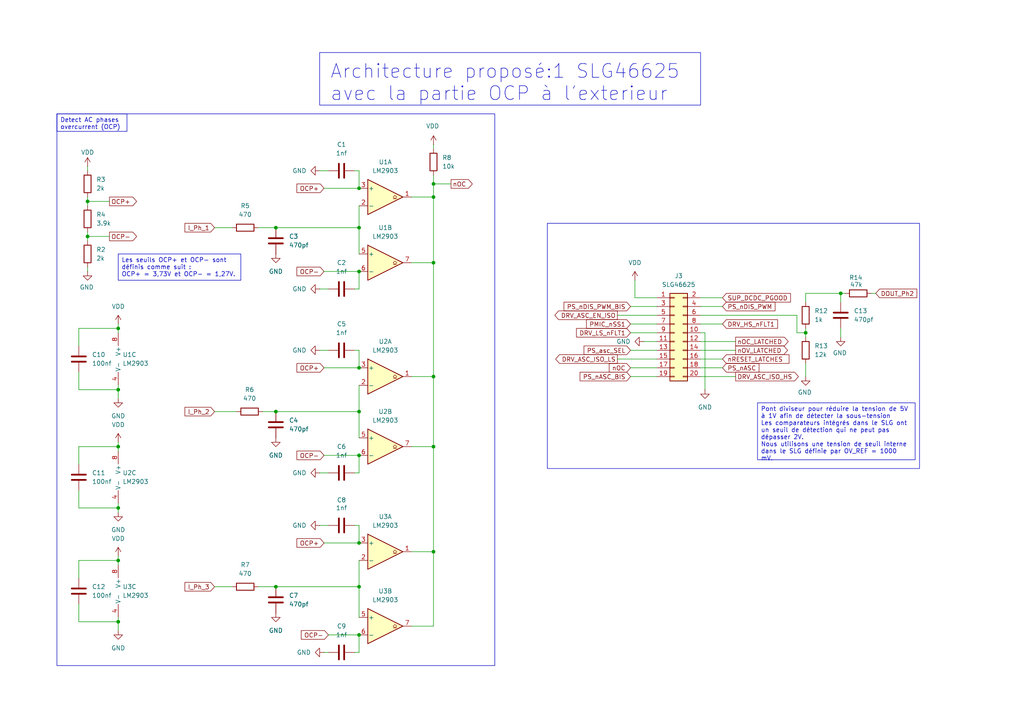
<source format=kicad_sch>
(kicad_sch
	(version 20231120)
	(generator "eeschema")
	(generator_version "8.0")
	(uuid "21442216-7c1c-435e-aa0c-89d67a1604ec")
	(paper "A4")
	(lib_symbols
		(symbol "Comparator:LM2903"
			(pin_names
				(offset 0.127)
			)
			(exclude_from_sim no)
			(in_bom yes)
			(on_board yes)
			(property "Reference" "U"
				(at 3.81 3.81 0)
				(effects
					(font
						(size 1.27 1.27)
					)
				)
			)
			(property "Value" "LM2903"
				(at 6.35 -3.81 0)
				(effects
					(font
						(size 1.27 1.27)
					)
				)
			)
			(property "Footprint" ""
				(at 0 0 0)
				(effects
					(font
						(size 1.27 1.27)
					)
					(hide yes)
				)
			)
			(property "Datasheet" "http://www.ti.com/lit/ds/symlink/lm393.pdf"
				(at 0 0 0)
				(effects
					(font
						(size 1.27 1.27)
					)
					(hide yes)
				)
			)
			(property "Description" "Low-Power, Low-Offset Voltage, Dual Comparators, DIP-8/SOIC-8/SOP-8/TSSOP-8/VSSOP-8"
				(at 0 0 0)
				(effects
					(font
						(size 1.27 1.27)
					)
					(hide yes)
				)
			)
			(property "ki_locked" ""
				(at 0 0 0)
				(effects
					(font
						(size 1.27 1.27)
					)
				)
			)
			(property "ki_keywords" "cmp open collector"
				(at 0 0 0)
				(effects
					(font
						(size 1.27 1.27)
					)
					(hide yes)
				)
			)
			(property "ki_fp_filters" "SOIC*3.9x4.9mm*P1.27mm* DIP*W7.62mm* SOP*5.28x5.23mm*P1.27mm* VSSOP*3.0x3.0mm*P0.65mm* TSSOP*4.4x3mm*P0.65mm*"
				(at 0 0 0)
				(effects
					(font
						(size 1.27 1.27)
					)
					(hide yes)
				)
			)
			(symbol "LM2903_1_1"
				(polyline
					(pts
						(xy -5.08 5.08) (xy 5.08 0) (xy -5.08 -5.08) (xy -5.08 5.08)
					)
					(stroke
						(width 0.254)
						(type default)
					)
					(fill
						(type background)
					)
				)
				(polyline
					(pts
						(xy 3.302 -0.508) (xy 2.794 -0.508) (xy 3.302 0) (xy 2.794 0.508) (xy 2.286 0) (xy 2.794 -0.508)
						(xy 2.286 -0.508)
					)
					(stroke
						(width 0.127)
						(type default)
					)
					(fill
						(type none)
					)
				)
				(pin open_collector line
					(at 7.62 0 180)
					(length 2.54)
					(name "~"
						(effects
							(font
								(size 1.27 1.27)
							)
						)
					)
					(number "1"
						(effects
							(font
								(size 1.27 1.27)
							)
						)
					)
				)
				(pin input line
					(at -7.62 -2.54 0)
					(length 2.54)
					(name "-"
						(effects
							(font
								(size 1.27 1.27)
							)
						)
					)
					(number "2"
						(effects
							(font
								(size 1.27 1.27)
							)
						)
					)
				)
				(pin input line
					(at -7.62 2.54 0)
					(length 2.54)
					(name "+"
						(effects
							(font
								(size 1.27 1.27)
							)
						)
					)
					(number "3"
						(effects
							(font
								(size 1.27 1.27)
							)
						)
					)
				)
			)
			(symbol "LM2903_2_1"
				(polyline
					(pts
						(xy -5.08 5.08) (xy 5.08 0) (xy -5.08 -5.08) (xy -5.08 5.08)
					)
					(stroke
						(width 0.254)
						(type default)
					)
					(fill
						(type background)
					)
				)
				(polyline
					(pts
						(xy 3.302 -0.508) (xy 2.794 -0.508) (xy 3.302 0) (xy 2.794 0.508) (xy 2.286 0) (xy 2.794 -0.508)
						(xy 2.286 -0.508)
					)
					(stroke
						(width 0.127)
						(type default)
					)
					(fill
						(type none)
					)
				)
				(pin input line
					(at -7.62 2.54 0)
					(length 2.54)
					(name "+"
						(effects
							(font
								(size 1.27 1.27)
							)
						)
					)
					(number "5"
						(effects
							(font
								(size 1.27 1.27)
							)
						)
					)
				)
				(pin input line
					(at -7.62 -2.54 0)
					(length 2.54)
					(name "-"
						(effects
							(font
								(size 1.27 1.27)
							)
						)
					)
					(number "6"
						(effects
							(font
								(size 1.27 1.27)
							)
						)
					)
				)
				(pin open_collector line
					(at 7.62 0 180)
					(length 2.54)
					(name "~"
						(effects
							(font
								(size 1.27 1.27)
							)
						)
					)
					(number "7"
						(effects
							(font
								(size 1.27 1.27)
							)
						)
					)
				)
			)
			(symbol "LM2903_3_1"
				(pin power_in line
					(at -2.54 -7.62 90)
					(length 3.81)
					(name "V-"
						(effects
							(font
								(size 1.27 1.27)
							)
						)
					)
					(number "4"
						(effects
							(font
								(size 1.27 1.27)
							)
						)
					)
				)
				(pin power_in line
					(at -2.54 7.62 270)
					(length 3.81)
					(name "V+"
						(effects
							(font
								(size 1.27 1.27)
							)
						)
					)
					(number "8"
						(effects
							(font
								(size 1.27 1.27)
							)
						)
					)
				)
			)
		)
		(symbol "Connector_Generic:Conn_02x10_Odd_Even"
			(pin_names
				(offset 1.016) hide)
			(exclude_from_sim no)
			(in_bom yes)
			(on_board yes)
			(property "Reference" "J"
				(at 1.27 12.7 0)
				(effects
					(font
						(size 1.27 1.27)
					)
				)
			)
			(property "Value" "Conn_02x10_Odd_Even"
				(at 1.27 -15.24 0)
				(effects
					(font
						(size 1.27 1.27)
					)
				)
			)
			(property "Footprint" ""
				(at 0 0 0)
				(effects
					(font
						(size 1.27 1.27)
					)
					(hide yes)
				)
			)
			(property "Datasheet" "~"
				(at 0 0 0)
				(effects
					(font
						(size 1.27 1.27)
					)
					(hide yes)
				)
			)
			(property "Description" "Generic connector, double row, 02x10, odd/even pin numbering scheme (row 1 odd numbers, row 2 even numbers), script generated (kicad-library-utils/schlib/autogen/connector/)"
				(at 0 0 0)
				(effects
					(font
						(size 1.27 1.27)
					)
					(hide yes)
				)
			)
			(property "ki_keywords" "connector"
				(at 0 0 0)
				(effects
					(font
						(size 1.27 1.27)
					)
					(hide yes)
				)
			)
			(property "ki_fp_filters" "Connector*:*_2x??_*"
				(at 0 0 0)
				(effects
					(font
						(size 1.27 1.27)
					)
					(hide yes)
				)
			)
			(symbol "Conn_02x10_Odd_Even_1_1"
				(rectangle
					(start -1.27 -12.573)
					(end 0 -12.827)
					(stroke
						(width 0.1524)
						(type default)
					)
					(fill
						(type none)
					)
				)
				(rectangle
					(start -1.27 -10.033)
					(end 0 -10.287)
					(stroke
						(width 0.1524)
						(type default)
					)
					(fill
						(type none)
					)
				)
				(rectangle
					(start -1.27 -7.493)
					(end 0 -7.747)
					(stroke
						(width 0.1524)
						(type default)
					)
					(fill
						(type none)
					)
				)
				(rectangle
					(start -1.27 -4.953)
					(end 0 -5.207)
					(stroke
						(width 0.1524)
						(type default)
					)
					(fill
						(type none)
					)
				)
				(rectangle
					(start -1.27 -2.413)
					(end 0 -2.667)
					(stroke
						(width 0.1524)
						(type default)
					)
					(fill
						(type none)
					)
				)
				(rectangle
					(start -1.27 0.127)
					(end 0 -0.127)
					(stroke
						(width 0.1524)
						(type default)
					)
					(fill
						(type none)
					)
				)
				(rectangle
					(start -1.27 2.667)
					(end 0 2.413)
					(stroke
						(width 0.1524)
						(type default)
					)
					(fill
						(type none)
					)
				)
				(rectangle
					(start -1.27 5.207)
					(end 0 4.953)
					(stroke
						(width 0.1524)
						(type default)
					)
					(fill
						(type none)
					)
				)
				(rectangle
					(start -1.27 7.747)
					(end 0 7.493)
					(stroke
						(width 0.1524)
						(type default)
					)
					(fill
						(type none)
					)
				)
				(rectangle
					(start -1.27 10.287)
					(end 0 10.033)
					(stroke
						(width 0.1524)
						(type default)
					)
					(fill
						(type none)
					)
				)
				(rectangle
					(start -1.27 11.43)
					(end 3.81 -13.97)
					(stroke
						(width 0.254)
						(type default)
					)
					(fill
						(type background)
					)
				)
				(rectangle
					(start 3.81 -12.573)
					(end 2.54 -12.827)
					(stroke
						(width 0.1524)
						(type default)
					)
					(fill
						(type none)
					)
				)
				(rectangle
					(start 3.81 -10.033)
					(end 2.54 -10.287)
					(stroke
						(width 0.1524)
						(type default)
					)
					(fill
						(type none)
					)
				)
				(rectangle
					(start 3.81 -7.493)
					(end 2.54 -7.747)
					(stroke
						(width 0.1524)
						(type default)
					)
					(fill
						(type none)
					)
				)
				(rectangle
					(start 3.81 -4.953)
					(end 2.54 -5.207)
					(stroke
						(width 0.1524)
						(type default)
					)
					(fill
						(type none)
					)
				)
				(rectangle
					(start 3.81 -2.413)
					(end 2.54 -2.667)
					(stroke
						(width 0.1524)
						(type default)
					)
					(fill
						(type none)
					)
				)
				(rectangle
					(start 3.81 0.127)
					(end 2.54 -0.127)
					(stroke
						(width 0.1524)
						(type default)
					)
					(fill
						(type none)
					)
				)
				(rectangle
					(start 3.81 2.667)
					(end 2.54 2.413)
					(stroke
						(width 0.1524)
						(type default)
					)
					(fill
						(type none)
					)
				)
				(rectangle
					(start 3.81 5.207)
					(end 2.54 4.953)
					(stroke
						(width 0.1524)
						(type default)
					)
					(fill
						(type none)
					)
				)
				(rectangle
					(start 3.81 7.747)
					(end 2.54 7.493)
					(stroke
						(width 0.1524)
						(type default)
					)
					(fill
						(type none)
					)
				)
				(rectangle
					(start 3.81 10.287)
					(end 2.54 10.033)
					(stroke
						(width 0.1524)
						(type default)
					)
					(fill
						(type none)
					)
				)
				(pin passive line
					(at -5.08 10.16 0)
					(length 3.81)
					(name "Pin_1"
						(effects
							(font
								(size 1.27 1.27)
							)
						)
					)
					(number "1"
						(effects
							(font
								(size 1.27 1.27)
							)
						)
					)
				)
				(pin passive line
					(at 7.62 0 180)
					(length 3.81)
					(name "Pin_10"
						(effects
							(font
								(size 1.27 1.27)
							)
						)
					)
					(number "10"
						(effects
							(font
								(size 1.27 1.27)
							)
						)
					)
				)
				(pin passive line
					(at -5.08 -2.54 0)
					(length 3.81)
					(name "Pin_11"
						(effects
							(font
								(size 1.27 1.27)
							)
						)
					)
					(number "11"
						(effects
							(font
								(size 1.27 1.27)
							)
						)
					)
				)
				(pin passive line
					(at 7.62 -2.54 180)
					(length 3.81)
					(name "Pin_12"
						(effects
							(font
								(size 1.27 1.27)
							)
						)
					)
					(number "12"
						(effects
							(font
								(size 1.27 1.27)
							)
						)
					)
				)
				(pin passive line
					(at -5.08 -5.08 0)
					(length 3.81)
					(name "Pin_13"
						(effects
							(font
								(size 1.27 1.27)
							)
						)
					)
					(number "13"
						(effects
							(font
								(size 1.27 1.27)
							)
						)
					)
				)
				(pin passive line
					(at 7.62 -5.08 180)
					(length 3.81)
					(name "Pin_14"
						(effects
							(font
								(size 1.27 1.27)
							)
						)
					)
					(number "14"
						(effects
							(font
								(size 1.27 1.27)
							)
						)
					)
				)
				(pin passive line
					(at -5.08 -7.62 0)
					(length 3.81)
					(name "Pin_15"
						(effects
							(font
								(size 1.27 1.27)
							)
						)
					)
					(number "15"
						(effects
							(font
								(size 1.27 1.27)
							)
						)
					)
				)
				(pin passive line
					(at 7.62 -7.62 180)
					(length 3.81)
					(name "Pin_16"
						(effects
							(font
								(size 1.27 1.27)
							)
						)
					)
					(number "16"
						(effects
							(font
								(size 1.27 1.27)
							)
						)
					)
				)
				(pin passive line
					(at -5.08 -10.16 0)
					(length 3.81)
					(name "Pin_17"
						(effects
							(font
								(size 1.27 1.27)
							)
						)
					)
					(number "17"
						(effects
							(font
								(size 1.27 1.27)
							)
						)
					)
				)
				(pin passive line
					(at 7.62 -10.16 180)
					(length 3.81)
					(name "Pin_18"
						(effects
							(font
								(size 1.27 1.27)
							)
						)
					)
					(number "18"
						(effects
							(font
								(size 1.27 1.27)
							)
						)
					)
				)
				(pin passive line
					(at -5.08 -12.7 0)
					(length 3.81)
					(name "Pin_19"
						(effects
							(font
								(size 1.27 1.27)
							)
						)
					)
					(number "19"
						(effects
							(font
								(size 1.27 1.27)
							)
						)
					)
				)
				(pin passive line
					(at 7.62 10.16 180)
					(length 3.81)
					(name "Pin_2"
						(effects
							(font
								(size 1.27 1.27)
							)
						)
					)
					(number "2"
						(effects
							(font
								(size 1.27 1.27)
							)
						)
					)
				)
				(pin passive line
					(at 7.62 -12.7 180)
					(length 3.81)
					(name "Pin_20"
						(effects
							(font
								(size 1.27 1.27)
							)
						)
					)
					(number "20"
						(effects
							(font
								(size 1.27 1.27)
							)
						)
					)
				)
				(pin passive line
					(at -5.08 7.62 0)
					(length 3.81)
					(name "Pin_3"
						(effects
							(font
								(size 1.27 1.27)
							)
						)
					)
					(number "3"
						(effects
							(font
								(size 1.27 1.27)
							)
						)
					)
				)
				(pin passive line
					(at 7.62 7.62 180)
					(length 3.81)
					(name "Pin_4"
						(effects
							(font
								(size 1.27 1.27)
							)
						)
					)
					(number "4"
						(effects
							(font
								(size 1.27 1.27)
							)
						)
					)
				)
				(pin passive line
					(at -5.08 5.08 0)
					(length 3.81)
					(name "Pin_5"
						(effects
							(font
								(size 1.27 1.27)
							)
						)
					)
					(number "5"
						(effects
							(font
								(size 1.27 1.27)
							)
						)
					)
				)
				(pin passive line
					(at 7.62 5.08 180)
					(length 3.81)
					(name "Pin_6"
						(effects
							(font
								(size 1.27 1.27)
							)
						)
					)
					(number "6"
						(effects
							(font
								(size 1.27 1.27)
							)
						)
					)
				)
				(pin passive line
					(at -5.08 2.54 0)
					(length 3.81)
					(name "Pin_7"
						(effects
							(font
								(size 1.27 1.27)
							)
						)
					)
					(number "7"
						(effects
							(font
								(size 1.27 1.27)
							)
						)
					)
				)
				(pin passive line
					(at 7.62 2.54 180)
					(length 3.81)
					(name "Pin_8"
						(effects
							(font
								(size 1.27 1.27)
							)
						)
					)
					(number "8"
						(effects
							(font
								(size 1.27 1.27)
							)
						)
					)
				)
				(pin passive line
					(at -5.08 0 0)
					(length 3.81)
					(name "Pin_9"
						(effects
							(font
								(size 1.27 1.27)
							)
						)
					)
					(number "9"
						(effects
							(font
								(size 1.27 1.27)
							)
						)
					)
				)
			)
		)
		(symbol "Device:C"
			(pin_numbers hide)
			(pin_names
				(offset 0.254)
			)
			(exclude_from_sim no)
			(in_bom yes)
			(on_board yes)
			(property "Reference" "C"
				(at 0.635 2.54 0)
				(effects
					(font
						(size 1.27 1.27)
					)
					(justify left)
				)
			)
			(property "Value" "C"
				(at 0.635 -2.54 0)
				(effects
					(font
						(size 1.27 1.27)
					)
					(justify left)
				)
			)
			(property "Footprint" ""
				(at 0.9652 -3.81 0)
				(effects
					(font
						(size 1.27 1.27)
					)
					(hide yes)
				)
			)
			(property "Datasheet" "~"
				(at 0 0 0)
				(effects
					(font
						(size 1.27 1.27)
					)
					(hide yes)
				)
			)
			(property "Description" "Unpolarized capacitor"
				(at 0 0 0)
				(effects
					(font
						(size 1.27 1.27)
					)
					(hide yes)
				)
			)
			(property "ki_keywords" "cap capacitor"
				(at 0 0 0)
				(effects
					(font
						(size 1.27 1.27)
					)
					(hide yes)
				)
			)
			(property "ki_fp_filters" "C_*"
				(at 0 0 0)
				(effects
					(font
						(size 1.27 1.27)
					)
					(hide yes)
				)
			)
			(symbol "C_0_1"
				(polyline
					(pts
						(xy -2.032 -0.762) (xy 2.032 -0.762)
					)
					(stroke
						(width 0.508)
						(type default)
					)
					(fill
						(type none)
					)
				)
				(polyline
					(pts
						(xy -2.032 0.762) (xy 2.032 0.762)
					)
					(stroke
						(width 0.508)
						(type default)
					)
					(fill
						(type none)
					)
				)
			)
			(symbol "C_1_1"
				(pin passive line
					(at 0 3.81 270)
					(length 2.794)
					(name "~"
						(effects
							(font
								(size 1.27 1.27)
							)
						)
					)
					(number "1"
						(effects
							(font
								(size 1.27 1.27)
							)
						)
					)
				)
				(pin passive line
					(at 0 -3.81 90)
					(length 2.794)
					(name "~"
						(effects
							(font
								(size 1.27 1.27)
							)
						)
					)
					(number "2"
						(effects
							(font
								(size 1.27 1.27)
							)
						)
					)
				)
			)
		)
		(symbol "Device:R"
			(pin_numbers hide)
			(pin_names
				(offset 0)
			)
			(exclude_from_sim no)
			(in_bom yes)
			(on_board yes)
			(property "Reference" "R"
				(at 2.032 0 90)
				(effects
					(font
						(size 1.27 1.27)
					)
				)
			)
			(property "Value" "R"
				(at 0 0 90)
				(effects
					(font
						(size 1.27 1.27)
					)
				)
			)
			(property "Footprint" ""
				(at -1.778 0 90)
				(effects
					(font
						(size 1.27 1.27)
					)
					(hide yes)
				)
			)
			(property "Datasheet" "~"
				(at 0 0 0)
				(effects
					(font
						(size 1.27 1.27)
					)
					(hide yes)
				)
			)
			(property "Description" "Resistor"
				(at 0 0 0)
				(effects
					(font
						(size 1.27 1.27)
					)
					(hide yes)
				)
			)
			(property "ki_keywords" "R res resistor"
				(at 0 0 0)
				(effects
					(font
						(size 1.27 1.27)
					)
					(hide yes)
				)
			)
			(property "ki_fp_filters" "R_*"
				(at 0 0 0)
				(effects
					(font
						(size 1.27 1.27)
					)
					(hide yes)
				)
			)
			(symbol "R_0_1"
				(rectangle
					(start -1.016 -2.54)
					(end 1.016 2.54)
					(stroke
						(width 0.254)
						(type default)
					)
					(fill
						(type none)
					)
				)
			)
			(symbol "R_1_1"
				(pin passive line
					(at 0 3.81 270)
					(length 1.27)
					(name "~"
						(effects
							(font
								(size 1.27 1.27)
							)
						)
					)
					(number "1"
						(effects
							(font
								(size 1.27 1.27)
							)
						)
					)
				)
				(pin passive line
					(at 0 -3.81 90)
					(length 1.27)
					(name "~"
						(effects
							(font
								(size 1.27 1.27)
							)
						)
					)
					(number "2"
						(effects
							(font
								(size 1.27 1.27)
							)
						)
					)
				)
			)
		)
		(symbol "power:GND"
			(power)
			(pin_numbers hide)
			(pin_names
				(offset 0) hide)
			(exclude_from_sim no)
			(in_bom yes)
			(on_board yes)
			(property "Reference" "#PWR"
				(at 0 -6.35 0)
				(effects
					(font
						(size 1.27 1.27)
					)
					(hide yes)
				)
			)
			(property "Value" "GND"
				(at 0 -3.81 0)
				(effects
					(font
						(size 1.27 1.27)
					)
				)
			)
			(property "Footprint" ""
				(at 0 0 0)
				(effects
					(font
						(size 1.27 1.27)
					)
					(hide yes)
				)
			)
			(property "Datasheet" ""
				(at 0 0 0)
				(effects
					(font
						(size 1.27 1.27)
					)
					(hide yes)
				)
			)
			(property "Description" "Power symbol creates a global label with name \"GND\" , ground"
				(at 0 0 0)
				(effects
					(font
						(size 1.27 1.27)
					)
					(hide yes)
				)
			)
			(property "ki_keywords" "global power"
				(at 0 0 0)
				(effects
					(font
						(size 1.27 1.27)
					)
					(hide yes)
				)
			)
			(symbol "GND_0_1"
				(polyline
					(pts
						(xy 0 0) (xy 0 -1.27) (xy 1.27 -1.27) (xy 0 -2.54) (xy -1.27 -1.27) (xy 0 -1.27)
					)
					(stroke
						(width 0)
						(type default)
					)
					(fill
						(type none)
					)
				)
			)
			(symbol "GND_1_1"
				(pin power_in line
					(at 0 0 270)
					(length 0)
					(name "~"
						(effects
							(font
								(size 1.27 1.27)
							)
						)
					)
					(number "1"
						(effects
							(font
								(size 1.27 1.27)
							)
						)
					)
				)
			)
		)
		(symbol "power:VDD"
			(power)
			(pin_numbers hide)
			(pin_names
				(offset 0) hide)
			(exclude_from_sim no)
			(in_bom yes)
			(on_board yes)
			(property "Reference" "#PWR"
				(at 0 -3.81 0)
				(effects
					(font
						(size 1.27 1.27)
					)
					(hide yes)
				)
			)
			(property "Value" "VDD"
				(at 0 3.556 0)
				(effects
					(font
						(size 1.27 1.27)
					)
				)
			)
			(property "Footprint" ""
				(at 0 0 0)
				(effects
					(font
						(size 1.27 1.27)
					)
					(hide yes)
				)
			)
			(property "Datasheet" ""
				(at 0 0 0)
				(effects
					(font
						(size 1.27 1.27)
					)
					(hide yes)
				)
			)
			(property "Description" "Power symbol creates a global label with name \"VDD\""
				(at 0 0 0)
				(effects
					(font
						(size 1.27 1.27)
					)
					(hide yes)
				)
			)
			(property "ki_keywords" "global power"
				(at 0 0 0)
				(effects
					(font
						(size 1.27 1.27)
					)
					(hide yes)
				)
			)
			(symbol "VDD_0_1"
				(polyline
					(pts
						(xy -0.762 1.27) (xy 0 2.54)
					)
					(stroke
						(width 0)
						(type default)
					)
					(fill
						(type none)
					)
				)
				(polyline
					(pts
						(xy 0 0) (xy 0 2.54)
					)
					(stroke
						(width 0)
						(type default)
					)
					(fill
						(type none)
					)
				)
				(polyline
					(pts
						(xy 0 2.54) (xy 0.762 1.27)
					)
					(stroke
						(width 0)
						(type default)
					)
					(fill
						(type none)
					)
				)
			)
			(symbol "VDD_1_1"
				(pin power_in line
					(at 0 0 90)
					(length 0)
					(name "~"
						(effects
							(font
								(size 1.27 1.27)
							)
						)
					)
					(number "1"
						(effects
							(font
								(size 1.27 1.27)
							)
						)
					)
				)
			)
		)
	)
	(junction
		(at 104.14 66.04)
		(diameter 0)
		(color 0 0 0 0)
		(uuid "016b86c8-4d1f-476c-882a-17c17e849486")
	)
	(junction
		(at 104.14 119.38)
		(diameter 0)
		(color 0 0 0 0)
		(uuid "0270ba6d-9d73-4361-a537-72479a1a3ebd")
	)
	(junction
		(at 125.73 57.15)
		(diameter 0)
		(color 0 0 0 0)
		(uuid "08739348-7842-4e86-ab1c-6f6ff50b1b86")
	)
	(junction
		(at 125.73 76.2)
		(diameter 0)
		(color 0 0 0 0)
		(uuid "157a7870-6d35-4b56-b7ea-a338190e07ad")
	)
	(junction
		(at 80.01 170.18)
		(diameter 0)
		(color 0 0 0 0)
		(uuid "1d81e611-6c4a-4a5e-9b97-2a5bd858cd4b")
	)
	(junction
		(at 34.29 95.25)
		(diameter 0)
		(color 0 0 0 0)
		(uuid "26fa9fbe-ed27-4354-95ec-bc757f3fd733")
	)
	(junction
		(at 104.14 106.68)
		(diameter 0)
		(color 0 0 0 0)
		(uuid "3e57f69e-6a4d-4796-b421-7989928d9c08")
	)
	(junction
		(at 125.73 109.22)
		(diameter 0)
		(color 0 0 0 0)
		(uuid "47ede212-9e2a-435f-82c2-7a5fecbd236e")
	)
	(junction
		(at 104.14 78.74)
		(diameter 0)
		(color 0 0 0 0)
		(uuid "50f193ec-877a-4b3b-b026-c2165651b553")
	)
	(junction
		(at 104.14 157.48)
		(diameter 0)
		(color 0 0 0 0)
		(uuid "553ce8be-1481-4ab9-8a26-138397062724")
	)
	(junction
		(at 233.68 96.52)
		(diameter 0)
		(color 0 0 0 0)
		(uuid "55a7e0c1-e3b8-4c96-a995-09dd4edffa09")
	)
	(junction
		(at 34.29 147.32)
		(diameter 0)
		(color 0 0 0 0)
		(uuid "56abdde8-15d8-4d7a-8466-e2a7be7953bf")
	)
	(junction
		(at 80.01 119.38)
		(diameter 0)
		(color 0 0 0 0)
		(uuid "5e24234e-d122-4fa1-9d38-dfb607fbbcbd")
	)
	(junction
		(at 34.29 129.54)
		(diameter 0)
		(color 0 0 0 0)
		(uuid "625293c6-7143-4984-a5c8-e7e76078c9cf")
	)
	(junction
		(at 104.14 132.08)
		(diameter 0)
		(color 0 0 0 0)
		(uuid "6ffb2d19-d019-452c-be9d-581db63c666f")
	)
	(junction
		(at 34.29 180.34)
		(diameter 0)
		(color 0 0 0 0)
		(uuid "769f26ba-6484-4f2f-a363-8df709b9d6a9")
	)
	(junction
		(at 104.14 170.18)
		(diameter 0)
		(color 0 0 0 0)
		(uuid "7b1ca347-c27d-4634-bcfc-05b5cea62cdb")
	)
	(junction
		(at 104.14 184.15)
		(diameter 0)
		(color 0 0 0 0)
		(uuid "8de1b5f2-547b-46e4-b6cd-57efef21a3c6")
	)
	(junction
		(at 34.29 162.56)
		(diameter 0)
		(color 0 0 0 0)
		(uuid "9440fe00-5f7e-4b57-a0ae-d87d2666118c")
	)
	(junction
		(at 125.73 53.34)
		(diameter 0)
		(color 0 0 0 0)
		(uuid "9a68e0b7-0a3f-4cf6-8fdd-dd3ba62dff95")
	)
	(junction
		(at 125.73 129.54)
		(diameter 0)
		(color 0 0 0 0)
		(uuid "a00463d0-9be5-4d30-9aa3-df56c39e1186")
	)
	(junction
		(at 243.84 85.09)
		(diameter 0)
		(color 0 0 0 0)
		(uuid "a35b8efa-86f6-4993-90a9-509b407e1d15")
	)
	(junction
		(at 125.73 160.02)
		(diameter 0)
		(color 0 0 0 0)
		(uuid "bc2c5778-d38d-42a2-bbb3-8037681a8354")
	)
	(junction
		(at 25.4 58.42)
		(diameter 0)
		(color 0 0 0 0)
		(uuid "dcd53e86-f29c-429e-a27a-970a3c7104f5")
	)
	(junction
		(at 25.4 68.58)
		(diameter 0)
		(color 0 0 0 0)
		(uuid "e3497d9b-573e-4833-95fe-95cafc2d3633")
	)
	(junction
		(at 34.29 113.03)
		(diameter 0)
		(color 0 0 0 0)
		(uuid "f0179792-d0ae-4e33-9293-5113f6823951")
	)
	(junction
		(at 80.01 66.04)
		(diameter 0)
		(color 0 0 0 0)
		(uuid "f0dd9e12-67cf-4947-b099-fb4e9d73f4ca")
	)
	(junction
		(at 104.14 54.61)
		(diameter 0)
		(color 0 0 0 0)
		(uuid "f20cf9ab-d77b-41fb-b2b8-eba9c99ce64c")
	)
	(wire
		(pts
			(xy 104.14 184.15) (xy 104.14 189.23)
		)
		(stroke
			(width 0)
			(type default)
		)
		(uuid "04498364-4b6d-4762-b5d1-f75ff507b74f")
	)
	(wire
		(pts
			(xy 80.01 66.04) (xy 104.14 66.04)
		)
		(stroke
			(width 0)
			(type default)
		)
		(uuid "0560c9df-de19-4498-b8de-a61947c9bdd0")
	)
	(wire
		(pts
			(xy 233.68 85.09) (xy 243.84 85.09)
		)
		(stroke
			(width 0)
			(type default)
		)
		(uuid "0a2d7be4-4f0d-4776-a767-18713d7b21da")
	)
	(wire
		(pts
			(xy 95.25 184.15) (xy 104.14 184.15)
		)
		(stroke
			(width 0)
			(type default)
		)
		(uuid "0c9a9700-ca73-45fb-a922-7c6f5c3b56b1")
	)
	(wire
		(pts
			(xy 252.73 85.09) (xy 254 85.09)
		)
		(stroke
			(width 0)
			(type default)
		)
		(uuid "0e60d571-27dd-46e0-af09-aa9076f4dcb9")
	)
	(wire
		(pts
			(xy 125.73 76.2) (xy 125.73 109.22)
		)
		(stroke
			(width 0)
			(type default)
		)
		(uuid "0f1d0437-3d7b-4da9-889f-66129cdaf6f4")
	)
	(wire
		(pts
			(xy 104.14 78.74) (xy 104.14 83.82)
		)
		(stroke
			(width 0)
			(type default)
		)
		(uuid "10cdcf26-d0e8-46bf-8312-519f7738839f")
	)
	(wire
		(pts
			(xy 34.29 180.34) (xy 34.29 182.88)
		)
		(stroke
			(width 0)
			(type default)
		)
		(uuid "1263b206-e430-4380-8bcd-1a8b3ae8ae0f")
	)
	(wire
		(pts
			(xy 104.14 162.56) (xy 104.14 170.18)
		)
		(stroke
			(width 0)
			(type default)
		)
		(uuid "145c9183-3b63-4b5e-ac5d-67640e75c350")
	)
	(wire
		(pts
			(xy 22.86 107.95) (xy 22.86 113.03)
		)
		(stroke
			(width 0)
			(type default)
		)
		(uuid "1bd4a7d1-4a6d-4acb-b3f1-7e77395043d5")
	)
	(wire
		(pts
			(xy 25.4 77.47) (xy 25.4 78.74)
		)
		(stroke
			(width 0)
			(type default)
		)
		(uuid "1c60150e-a94d-464e-a5ba-063464bec5d0")
	)
	(wire
		(pts
			(xy 22.86 129.54) (xy 34.29 129.54)
		)
		(stroke
			(width 0)
			(type default)
		)
		(uuid "1e4b5bc7-a129-4f43-8e53-248e641ebfbf")
	)
	(wire
		(pts
			(xy 22.86 167.64) (xy 22.86 162.56)
		)
		(stroke
			(width 0)
			(type default)
		)
		(uuid "1e5a936a-38ce-44b7-9c46-9e0ed8da1785")
	)
	(wire
		(pts
			(xy 80.01 119.38) (xy 104.14 119.38)
		)
		(stroke
			(width 0)
			(type default)
		)
		(uuid "1fcb87cc-54be-4e94-9cc4-b03bf6ecf5b7")
	)
	(wire
		(pts
			(xy 93.98 132.08) (xy 104.14 132.08)
		)
		(stroke
			(width 0)
			(type default)
		)
		(uuid "21b65477-48d3-4cf8-a11b-bfce9fc20ff3")
	)
	(wire
		(pts
			(xy 203.2 106.68) (xy 209.55 106.68)
		)
		(stroke
			(width 0)
			(type default)
		)
		(uuid "21d8d2c6-d02b-4f4b-80f5-c1d4b0fcb27b")
	)
	(wire
		(pts
			(xy 243.84 95.25) (xy 243.84 97.79)
		)
		(stroke
			(width 0)
			(type default)
		)
		(uuid "24226b06-37bf-4003-9d19-2c3de5a518a0")
	)
	(wire
		(pts
			(xy 74.93 170.18) (xy 80.01 170.18)
		)
		(stroke
			(width 0)
			(type default)
		)
		(uuid "2519e52b-27f4-41ab-a9be-d759756b1c78")
	)
	(wire
		(pts
			(xy 182.88 101.6) (xy 190.5 101.6)
		)
		(stroke
			(width 0)
			(type default)
		)
		(uuid "26315a65-0711-4d59-ac32-39e4c1b494aa")
	)
	(wire
		(pts
			(xy 22.86 180.34) (xy 34.29 180.34)
		)
		(stroke
			(width 0)
			(type default)
		)
		(uuid "270e7e2d-0243-4a59-affb-9f5e7c6a8c5d")
	)
	(wire
		(pts
			(xy 119.38 76.2) (xy 125.73 76.2)
		)
		(stroke
			(width 0)
			(type default)
		)
		(uuid "2bc14547-b996-46a0-a98c-3389ba774aa3")
	)
	(wire
		(pts
			(xy 25.4 67.31) (xy 25.4 68.58)
		)
		(stroke
			(width 0)
			(type default)
		)
		(uuid "2d949c87-e0be-4367-a7bd-3e88d62c7a41")
	)
	(wire
		(pts
			(xy 182.88 93.98) (xy 190.5 93.98)
		)
		(stroke
			(width 0)
			(type default)
		)
		(uuid "3057d60c-950c-4d76-9dd4-6ac75bf66b26")
	)
	(wire
		(pts
			(xy 125.73 53.34) (xy 125.73 57.15)
		)
		(stroke
			(width 0)
			(type default)
		)
		(uuid "3677ba5b-243f-4255-a3e3-a9c5b30e41a5")
	)
	(wire
		(pts
			(xy 203.2 91.44) (xy 231.14 91.44)
		)
		(stroke
			(width 0)
			(type default)
		)
		(uuid "36f2f30d-3397-4a7c-be57-8dc380169a6e")
	)
	(wire
		(pts
			(xy 104.14 170.18) (xy 104.14 179.07)
		)
		(stroke
			(width 0)
			(type default)
		)
		(uuid "38c00e3b-d81d-471b-9b22-12f7f9aa7378")
	)
	(wire
		(pts
			(xy 34.29 93.98) (xy 34.29 95.25)
		)
		(stroke
			(width 0)
			(type default)
		)
		(uuid "3bab013e-b26e-4af5-8656-2df28b7f4cf6")
	)
	(wire
		(pts
			(xy 95.25 49.53) (xy 92.71 49.53)
		)
		(stroke
			(width 0)
			(type default)
		)
		(uuid "424bcd28-e63f-4ed0-8552-465a6038b188")
	)
	(wire
		(pts
			(xy 119.38 57.15) (xy 125.73 57.15)
		)
		(stroke
			(width 0)
			(type default)
		)
		(uuid "43a3f5df-7717-4bc4-923a-3a0d631fc286")
	)
	(wire
		(pts
			(xy 93.98 157.48) (xy 104.14 157.48)
		)
		(stroke
			(width 0)
			(type default)
		)
		(uuid "458a31cc-618f-434d-8a59-e2cb6bb3758e")
	)
	(wire
		(pts
			(xy 104.14 49.53) (xy 102.87 49.53)
		)
		(stroke
			(width 0)
			(type default)
		)
		(uuid "466644dc-365a-4931-a560-2df8db9716c4")
	)
	(wire
		(pts
			(xy 243.84 85.09) (xy 245.11 85.09)
		)
		(stroke
			(width 0)
			(type default)
		)
		(uuid "4bfbff72-134c-4238-88d1-bfad6765d2e3")
	)
	(wire
		(pts
			(xy 104.14 132.08) (xy 104.14 137.16)
		)
		(stroke
			(width 0)
			(type default)
		)
		(uuid "4c160a7a-16d6-47b9-9638-15fe9ef6e91f")
	)
	(wire
		(pts
			(xy 104.14 152.4) (xy 102.87 152.4)
		)
		(stroke
			(width 0)
			(type default)
		)
		(uuid "4c195e19-d16b-4d25-af63-eed88a803699")
	)
	(wire
		(pts
			(xy 34.29 146.05) (xy 34.29 147.32)
		)
		(stroke
			(width 0)
			(type default)
		)
		(uuid "4f7c0d1e-86ed-4621-bb6f-81e47f729ad3")
	)
	(wire
		(pts
			(xy 92.71 137.16) (xy 95.25 137.16)
		)
		(stroke
			(width 0)
			(type default)
		)
		(uuid "5808a971-2430-477b-a95b-d5978102a60d")
	)
	(wire
		(pts
			(xy 182.88 106.68) (xy 190.5 106.68)
		)
		(stroke
			(width 0)
			(type default)
		)
		(uuid "590aa552-2edc-4bcc-a425-c772215e659e")
	)
	(wire
		(pts
			(xy 104.14 59.69) (xy 104.14 66.04)
		)
		(stroke
			(width 0)
			(type default)
		)
		(uuid "5ad05959-29b5-4ce0-8835-3ba04497b704")
	)
	(wire
		(pts
			(xy 203.2 88.9) (xy 209.55 88.9)
		)
		(stroke
			(width 0)
			(type default)
		)
		(uuid "5c91984f-623d-4c2a-b6f1-77f87a490a48")
	)
	(wire
		(pts
			(xy 22.86 134.62) (xy 22.86 129.54)
		)
		(stroke
			(width 0)
			(type default)
		)
		(uuid "5ca235d2-df1d-41b0-8ff1-74c865ef1fde")
	)
	(wire
		(pts
			(xy 25.4 68.58) (xy 25.4 69.85)
		)
		(stroke
			(width 0)
			(type default)
		)
		(uuid "5fcdc30a-e56b-43ed-ba38-127c40279bd7")
	)
	(wire
		(pts
			(xy 125.73 41.91) (xy 125.73 43.18)
		)
		(stroke
			(width 0)
			(type default)
		)
		(uuid "618d05c0-c14a-4590-901c-1f2952a6fce9")
	)
	(wire
		(pts
			(xy 233.68 95.25) (xy 233.68 96.52)
		)
		(stroke
			(width 0)
			(type default)
		)
		(uuid "63fb3801-e5f8-428c-9b87-730ca0fe28c0")
	)
	(wire
		(pts
			(xy 119.38 160.02) (xy 125.73 160.02)
		)
		(stroke
			(width 0)
			(type default)
		)
		(uuid "6409aebc-9710-405a-8b21-e367ce2d81b7")
	)
	(wire
		(pts
			(xy 34.29 161.29) (xy 34.29 162.56)
		)
		(stroke
			(width 0)
			(type default)
		)
		(uuid "6429e3fa-f224-4c3f-9146-9ae12806e22f")
	)
	(wire
		(pts
			(xy 34.29 129.54) (xy 34.29 130.81)
		)
		(stroke
			(width 0)
			(type default)
		)
		(uuid "64b63e69-0821-4f51-9fce-b3a6d8c09370")
	)
	(wire
		(pts
			(xy 92.71 101.6) (xy 95.25 101.6)
		)
		(stroke
			(width 0)
			(type default)
		)
		(uuid "651e8ee8-78bc-4116-87f0-825ea5ca25ce")
	)
	(wire
		(pts
			(xy 93.98 54.61) (xy 104.14 54.61)
		)
		(stroke
			(width 0)
			(type default)
		)
		(uuid "698cfb9e-f6b9-4f8b-b393-80470bda808b")
	)
	(wire
		(pts
			(xy 34.29 162.56) (xy 34.29 163.83)
		)
		(stroke
			(width 0)
			(type default)
		)
		(uuid "6b167bb5-11d3-4873-b4c8-056a3e9355e1")
	)
	(wire
		(pts
			(xy 203.2 104.14) (xy 209.55 104.14)
		)
		(stroke
			(width 0)
			(type default)
		)
		(uuid "6b626367-94d0-4a67-b312-0fe04bcdfa43")
	)
	(wire
		(pts
			(xy 184.15 86.36) (xy 184.15 81.28)
		)
		(stroke
			(width 0)
			(type default)
		)
		(uuid "6cb91704-50c9-434b-9b83-9513d525e761")
	)
	(wire
		(pts
			(xy 34.29 111.76) (xy 34.29 113.03)
		)
		(stroke
			(width 0)
			(type default)
		)
		(uuid "6f1c5714-68f5-42f9-9060-67d7c24d8824")
	)
	(wire
		(pts
			(xy 22.86 147.32) (xy 34.29 147.32)
		)
		(stroke
			(width 0)
			(type default)
		)
		(uuid "6f9d84a2-2e37-424e-b92a-9623c9ad365a")
	)
	(wire
		(pts
			(xy 22.86 113.03) (xy 34.29 113.03)
		)
		(stroke
			(width 0)
			(type default)
		)
		(uuid "70dff072-ec37-441f-b886-cedbc7e1a70c")
	)
	(wire
		(pts
			(xy 119.38 109.22) (xy 125.73 109.22)
		)
		(stroke
			(width 0)
			(type default)
		)
		(uuid "72015c6c-0fe6-44d3-a9f7-7e9c5c3559e0")
	)
	(wire
		(pts
			(xy 34.29 113.03) (xy 34.29 115.57)
		)
		(stroke
			(width 0)
			(type default)
		)
		(uuid "77118724-2136-446b-9b06-8c17378d38b8")
	)
	(wire
		(pts
			(xy 203.2 101.6) (xy 213.36 101.6)
		)
		(stroke
			(width 0)
			(type default)
		)
		(uuid "775b8913-8186-4957-a5a7-7dcb36263821")
	)
	(wire
		(pts
			(xy 25.4 48.26) (xy 25.4 49.53)
		)
		(stroke
			(width 0)
			(type default)
		)
		(uuid "78828f01-f581-450e-b6ad-9892132d21ae")
	)
	(wire
		(pts
			(xy 104.14 106.68) (xy 104.14 101.6)
		)
		(stroke
			(width 0)
			(type default)
		)
		(uuid "7935331a-e060-451e-a0b2-cf77267e38f9")
	)
	(wire
		(pts
			(xy 231.14 91.44) (xy 231.14 96.52)
		)
		(stroke
			(width 0)
			(type default)
		)
		(uuid "7c115d10-7ea2-4c33-8143-d337a791dcb6")
	)
	(wire
		(pts
			(xy 179.07 91.44) (xy 190.5 91.44)
		)
		(stroke
			(width 0)
			(type default)
		)
		(uuid "7f1a232d-9154-4dae-9d7b-299fde637b53")
	)
	(wire
		(pts
			(xy 92.71 83.82) (xy 95.25 83.82)
		)
		(stroke
			(width 0)
			(type default)
		)
		(uuid "85edcae3-2266-4093-ba42-00d8cc700058")
	)
	(wire
		(pts
			(xy 104.14 189.23) (xy 102.87 189.23)
		)
		(stroke
			(width 0)
			(type default)
		)
		(uuid "8a1d8930-1e1a-491c-8a85-864a6920ccc5")
	)
	(wire
		(pts
			(xy 76.2 119.38) (xy 80.01 119.38)
		)
		(stroke
			(width 0)
			(type default)
		)
		(uuid "8b3f0d9c-d626-4187-8699-8f02ef0c5856")
	)
	(wire
		(pts
			(xy 25.4 58.42) (xy 31.75 58.42)
		)
		(stroke
			(width 0)
			(type default)
		)
		(uuid "90874079-0a8b-4551-952c-19715a0222ae")
	)
	(wire
		(pts
			(xy 25.4 57.15) (xy 25.4 58.42)
		)
		(stroke
			(width 0)
			(type default)
		)
		(uuid "912e6e45-7111-4310-b382-54953453b6b3")
	)
	(wire
		(pts
			(xy 186.69 99.06) (xy 190.5 99.06)
		)
		(stroke
			(width 0)
			(type default)
		)
		(uuid "92a5b1ec-c940-488d-9044-14c9fc78e0cb")
	)
	(wire
		(pts
			(xy 203.2 109.22) (xy 213.36 109.22)
		)
		(stroke
			(width 0)
			(type default)
		)
		(uuid "93936987-f37b-4387-b220-bedc506e81d5")
	)
	(wire
		(pts
			(xy 34.29 147.32) (xy 34.29 148.59)
		)
		(stroke
			(width 0)
			(type default)
		)
		(uuid "975e91b6-40cd-4e4e-9033-5dd27b999dd7")
	)
	(wire
		(pts
			(xy 125.73 50.8) (xy 125.73 53.34)
		)
		(stroke
			(width 0)
			(type default)
		)
		(uuid "9e46c1ab-d01f-40f1-9328-2b3899e68a0e")
	)
	(wire
		(pts
			(xy 104.14 54.61) (xy 104.14 49.53)
		)
		(stroke
			(width 0)
			(type default)
		)
		(uuid "a15dd33b-7186-4b67-b385-539fc1195ea4")
	)
	(wire
		(pts
			(xy 104.14 119.38) (xy 104.14 127)
		)
		(stroke
			(width 0)
			(type default)
		)
		(uuid "a5e103c6-ddf0-4c01-bfbe-d7f60b743b7b")
	)
	(wire
		(pts
			(xy 22.86 100.33) (xy 22.86 95.25)
		)
		(stroke
			(width 0)
			(type default)
		)
		(uuid "a8cff7e8-ebd8-4634-b55f-8b363e0d7482")
	)
	(wire
		(pts
			(xy 179.07 104.14) (xy 190.5 104.14)
		)
		(stroke
			(width 0)
			(type default)
		)
		(uuid "a910e84b-24b0-4c09-8459-e7b342580d60")
	)
	(wire
		(pts
			(xy 182.88 96.52) (xy 190.5 96.52)
		)
		(stroke
			(width 0)
			(type default)
		)
		(uuid "abfab7d0-81d3-4774-aad9-24904469a6be")
	)
	(wire
		(pts
			(xy 130.81 53.34) (xy 125.73 53.34)
		)
		(stroke
			(width 0)
			(type default)
		)
		(uuid "ac006c3b-989e-4537-8692-92dc91c2f748")
	)
	(wire
		(pts
			(xy 233.68 96.52) (xy 233.68 97.79)
		)
		(stroke
			(width 0)
			(type default)
		)
		(uuid "acfa4118-3730-44b3-86ab-7efab4ba6038")
	)
	(wire
		(pts
			(xy 34.29 95.25) (xy 34.29 96.52)
		)
		(stroke
			(width 0)
			(type default)
		)
		(uuid "b127842f-b676-4aaa-8920-755edcc22a96")
	)
	(wire
		(pts
			(xy 231.14 96.52) (xy 233.68 96.52)
		)
		(stroke
			(width 0)
			(type default)
		)
		(uuid "b2955d30-6fb4-4130-b699-76ca2138440d")
	)
	(wire
		(pts
			(xy 125.73 160.02) (xy 125.73 181.61)
		)
		(stroke
			(width 0)
			(type default)
		)
		(uuid "b2a4d491-ac2d-414f-8fd9-d17d0ce7bfe9")
	)
	(wire
		(pts
			(xy 125.73 129.54) (xy 125.73 160.02)
		)
		(stroke
			(width 0)
			(type default)
		)
		(uuid "b379c2c5-532a-4097-a00d-4acb28f034b5")
	)
	(wire
		(pts
			(xy 93.98 78.74) (xy 104.14 78.74)
		)
		(stroke
			(width 0)
			(type default)
		)
		(uuid "b4990f43-bf3c-4460-b4d9-87e102763d98")
	)
	(wire
		(pts
			(xy 34.29 179.07) (xy 34.29 180.34)
		)
		(stroke
			(width 0)
			(type default)
		)
		(uuid "ba9bba00-7edf-4af1-befd-c08453674bb7")
	)
	(wire
		(pts
			(xy 62.23 119.38) (xy 68.58 119.38)
		)
		(stroke
			(width 0)
			(type default)
		)
		(uuid "bb1608a1-136d-453e-a953-a24c5712d9f9")
	)
	(wire
		(pts
			(xy 62.23 170.18) (xy 67.31 170.18)
		)
		(stroke
			(width 0)
			(type default)
		)
		(uuid "bbeb717b-f6f7-40ea-945d-3e98b4c37e4b")
	)
	(wire
		(pts
			(xy 92.71 152.4) (xy 95.25 152.4)
		)
		(stroke
			(width 0)
			(type default)
		)
		(uuid "bc714a4a-d105-4f8d-9a75-aff9fe4afa52")
	)
	(wire
		(pts
			(xy 93.98 106.68) (xy 104.14 106.68)
		)
		(stroke
			(width 0)
			(type default)
		)
		(uuid "bc9521db-6bb5-4e72-b69a-323a11ad57a1")
	)
	(wire
		(pts
			(xy 104.14 157.48) (xy 104.14 152.4)
		)
		(stroke
			(width 0)
			(type default)
		)
		(uuid "bebc8f42-0df7-4719-ae93-36406a88d7ce")
	)
	(wire
		(pts
			(xy 125.73 181.61) (xy 119.38 181.61)
		)
		(stroke
			(width 0)
			(type default)
		)
		(uuid "c21b2c19-6ad7-400d-8d1b-a00b7bdaa8b6")
	)
	(wire
		(pts
			(xy 104.14 137.16) (xy 102.87 137.16)
		)
		(stroke
			(width 0)
			(type default)
		)
		(uuid "c5ab32c0-a977-46c4-86f1-55486c1ae1bd")
	)
	(wire
		(pts
			(xy 62.23 66.04) (xy 67.31 66.04)
		)
		(stroke
			(width 0)
			(type default)
		)
		(uuid "cc9253d6-ac94-4f82-8d1c-b8c6b176a29e")
	)
	(wire
		(pts
			(xy 204.47 96.52) (xy 204.47 113.03)
		)
		(stroke
			(width 0)
			(type default)
		)
		(uuid "cd90524f-3670-4be1-a1a8-a363b37a943e")
	)
	(wire
		(pts
			(xy 233.68 105.41) (xy 233.68 109.22)
		)
		(stroke
			(width 0)
			(type default)
		)
		(uuid "cd9ad770-6246-4357-8859-dcfb6e05b24c")
	)
	(wire
		(pts
			(xy 203.2 93.98) (xy 209.55 93.98)
		)
		(stroke
			(width 0)
			(type default)
		)
		(uuid "d5c37c38-0517-4b39-9e0d-ebd1e2b57a89")
	)
	(wire
		(pts
			(xy 190.5 86.36) (xy 184.15 86.36)
		)
		(stroke
			(width 0)
			(type default)
		)
		(uuid "d821632c-7b13-4d7e-b736-da208739c32e")
	)
	(wire
		(pts
			(xy 104.14 83.82) (xy 102.87 83.82)
		)
		(stroke
			(width 0)
			(type default)
		)
		(uuid "d86b26ef-bdff-42af-ab9c-3f9c1e923b30")
	)
	(wire
		(pts
			(xy 104.14 111.76) (xy 104.14 119.38)
		)
		(stroke
			(width 0)
			(type default)
		)
		(uuid "d9e343d0-6f9f-49cc-9d1e-b7c6bd636277")
	)
	(wire
		(pts
			(xy 22.86 175.26) (xy 22.86 180.34)
		)
		(stroke
			(width 0)
			(type default)
		)
		(uuid "dad51b23-6aa2-44c4-9c7f-7960d2822201")
	)
	(wire
		(pts
			(xy 182.88 88.9) (xy 190.5 88.9)
		)
		(stroke
			(width 0)
			(type default)
		)
		(uuid "de7ed191-7054-4f2f-b8ac-c49956dc6172")
	)
	(wire
		(pts
			(xy 182.88 109.22) (xy 190.5 109.22)
		)
		(stroke
			(width 0)
			(type default)
		)
		(uuid "def0c0e8-8f67-43a6-87ce-134a4ba9bcfe")
	)
	(wire
		(pts
			(xy 74.93 66.04) (xy 80.01 66.04)
		)
		(stroke
			(width 0)
			(type default)
		)
		(uuid "e02e18f3-a02b-481b-b429-5c23205cdb3f")
	)
	(wire
		(pts
			(xy 22.86 162.56) (xy 34.29 162.56)
		)
		(stroke
			(width 0)
			(type default)
		)
		(uuid "e08e65f3-113a-4362-b9b8-0d1816526e5a")
	)
	(wire
		(pts
			(xy 233.68 85.09) (xy 233.68 87.63)
		)
		(stroke
			(width 0)
			(type default)
		)
		(uuid "e1e19226-2464-4db0-8f6d-a09d77ef54ed")
	)
	(wire
		(pts
			(xy 119.38 129.54) (xy 125.73 129.54)
		)
		(stroke
			(width 0)
			(type default)
		)
		(uuid "e1f3db42-f1db-4abb-8480-6e302d2065cc")
	)
	(wire
		(pts
			(xy 22.86 142.24) (xy 22.86 147.32)
		)
		(stroke
			(width 0)
			(type default)
		)
		(uuid "e2f28ef0-78cf-4a2d-aafe-6dc52d5fcbe1")
	)
	(wire
		(pts
			(xy 125.73 57.15) (xy 125.73 76.2)
		)
		(stroke
			(width 0)
			(type default)
		)
		(uuid "e47b6307-5779-474d-a57b-47e37471f7ae")
	)
	(wire
		(pts
			(xy 25.4 68.58) (xy 31.75 68.58)
		)
		(stroke
			(width 0)
			(type default)
		)
		(uuid "e72316e8-34d0-408b-b0db-e948d5463685")
	)
	(wire
		(pts
			(xy 104.14 66.04) (xy 104.14 73.66)
		)
		(stroke
			(width 0)
			(type default)
		)
		(uuid "e910ebd2-10fa-4b71-9f1b-a887a8c62f81")
	)
	(wire
		(pts
			(xy 243.84 87.63) (xy 243.84 85.09)
		)
		(stroke
			(width 0)
			(type default)
		)
		(uuid "e935213c-e305-4c9b-9aef-34f3a30e8052")
	)
	(wire
		(pts
			(xy 25.4 58.42) (xy 25.4 59.69)
		)
		(stroke
			(width 0)
			(type default)
		)
		(uuid "eed52ee3-74dd-4b34-897a-ba056b1d6fc5")
	)
	(wire
		(pts
			(xy 203.2 99.06) (xy 213.36 99.06)
		)
		(stroke
			(width 0)
			(type default)
		)
		(uuid "f24b5ab8-407e-42be-b44f-7fb6f40256fd")
	)
	(wire
		(pts
			(xy 22.86 95.25) (xy 34.29 95.25)
		)
		(stroke
			(width 0)
			(type default)
		)
		(uuid "f465b436-723a-4693-8fec-a43ccdc381c2")
	)
	(wire
		(pts
			(xy 80.01 170.18) (xy 104.14 170.18)
		)
		(stroke
			(width 0)
			(type default)
		)
		(uuid "f518842c-7e5c-45f0-aa3b-ee3d2ed58344")
	)
	(wire
		(pts
			(xy 203.2 86.36) (xy 209.55 86.36)
		)
		(stroke
			(width 0)
			(type default)
		)
		(uuid "f5f996cd-6b3a-483e-a37e-4b62057c2e73")
	)
	(wire
		(pts
			(xy 125.73 109.22) (xy 125.73 129.54)
		)
		(stroke
			(width 0)
			(type default)
		)
		(uuid "f9030aa6-18b2-46f7-be81-1783decf04ef")
	)
	(wire
		(pts
			(xy 34.29 128.27) (xy 34.29 129.54)
		)
		(stroke
			(width 0)
			(type default)
		)
		(uuid "fe159c34-1fa2-48c0-b538-9be9ddbc3e18")
	)
	(wire
		(pts
			(xy 104.14 101.6) (xy 102.87 101.6)
		)
		(stroke
			(width 0)
			(type default)
		)
		(uuid "fe59a468-3ca6-42bc-a1bf-d3f156a64b38")
	)
	(wire
		(pts
			(xy 93.98 189.23) (xy 95.25 189.23)
		)
		(stroke
			(width 0)
			(type default)
		)
		(uuid "ff33d49e-b83c-49b4-b42a-308468ad33ad")
	)
	(wire
		(pts
			(xy 203.2 96.52) (xy 204.47 96.52)
		)
		(stroke
			(width 0)
			(type default)
		)
		(uuid "ffb5b121-85b3-4dcb-bccf-779b3ba47d9d")
	)
	(rectangle
		(start 158.75 64.77)
		(end 266.7 135.89)
		(stroke
			(width 0)
			(type default)
		)
		(fill
			(type none)
		)
		(uuid 5cbc35aa-4065-4527-a344-00310c139215)
	)
	(rectangle
		(start 16.51 33.02)
		(end 143.51 193.04)
		(stroke
			(width 0)
			(type default)
		)
		(fill
			(type none)
		)
		(uuid 70257965-6072-4e00-a148-3f80ddb487ab)
	)
	(text_box "Les seuils OCP+ et OCP- sont définis comme suit :\nOCP+ = 3,73V et OCP- = 1,27V.\n\n"
		(exclude_from_sim no)
		(at 34.29 73.66 0)
		(size 35.56 7.62)
		(stroke
			(width 0)
			(type default)
		)
		(fill
			(type none)
		)
		(effects
			(font
				(size 1.27 1.27)
			)
			(justify left top)
		)
		(uuid "3ddaf01a-e31b-48d1-8aec-22c18bc309c8")
	)
	(text_box "Architecture proposé:1 SLG46625 avec la partie OCP à l'exterieur"
		(exclude_from_sim no)
		(at 92.71 15.24 0)
		(size 110.49 15.24)
		(stroke
			(width 0)
			(type default)
		)
		(fill
			(type none)
		)
		(effects
			(font
				(size 4 4)
			)
			(justify left top)
		)
		(uuid "8bf76b48-5dce-4887-afef-3fd39ddf0763")
	)
	(text_box "Pont diviseur pour réduire la tension de 5V à 1V afin de détecter la sous-tension\nLes comparateurs intégrés dans le SLG ont un seuil de détection qui ne peut pas dépasser 2V.\nNous utilisons une tension de seuil interne dans le SLG définie par OV_REF = 1000 mV."
		(exclude_from_sim no)
		(at 219.71 116.84 0)
		(size 45.72 16.51)
		(stroke
			(width 0)
			(type default)
		)
		(fill
			(type none)
		)
		(effects
			(font
				(size 1.27 1.27)
			)
			(justify left top)
		)
		(uuid "8e62b1f1-c693-4ef4-9cd6-281fcd4a7d88")
	)
	(text_box "Detect AC phases overcurrent (OCP)"
		(exclude_from_sim no)
		(at 16.51 33.02 0)
		(size 20.32 5.08)
		(stroke
			(width 0)
			(type default)
		)
		(fill
			(type none)
		)
		(effects
			(font
				(size 1.27 1.27)
			)
			(justify left top)
		)
		(uuid "de95454f-e63b-4802-84e4-cb0417d3918a")
	)
	(global_label "OCP+"
		(shape input)
		(at 93.98 54.61 180)
		(fields_autoplaced yes)
		(effects
			(font
				(size 1.27 1.27)
			)
			(justify right)
		)
		(uuid "01c4267e-1d9c-4735-aae3-533ea4a71795")
		(property "Intersheetrefs" "${INTERSHEET_REFS}"
			(at 85.5519 54.61 0)
			(effects
				(font
					(size 1.27 1.27)
				)
				(justify right)
				(hide yes)
			)
		)
	)
	(global_label "nOV_LATCHED"
		(shape output)
		(at 213.36 101.6 0)
		(fields_autoplaced yes)
		(effects
			(font
				(size 1.27 1.27)
			)
			(justify left)
		)
		(uuid "0baf0d0e-9006-4304-9806-0ad8fd07e1b6")
		(property "Intersheetrefs" "${INTERSHEET_REFS}"
			(at 228.9847 101.6 0)
			(effects
				(font
					(size 1.27 1.27)
				)
				(justify left)
				(hide yes)
			)
		)
	)
	(global_label "OCP+"
		(shape input)
		(at 93.98 106.68 180)
		(fields_autoplaced yes)
		(effects
			(font
				(size 1.27 1.27)
			)
			(justify right)
		)
		(uuid "12b8a472-4721-48d9-bc3f-86d336db16cc")
		(property "Intersheetrefs" "${INTERSHEET_REFS}"
			(at 85.5519 106.68 0)
			(effects
				(font
					(size 1.27 1.27)
				)
				(justify right)
				(hide yes)
			)
		)
	)
	(global_label "OCP+"
		(shape input)
		(at 93.98 157.48 180)
		(fields_autoplaced yes)
		(effects
			(font
				(size 1.27 1.27)
			)
			(justify right)
		)
		(uuid "1a270aad-684e-4a9d-a7bc-ba39703b2082")
		(property "Intersheetrefs" "${INTERSHEET_REFS}"
			(at 85.5519 157.48 0)
			(effects
				(font
					(size 1.27 1.27)
				)
				(justify right)
				(hide yes)
			)
		)
	)
	(global_label "PS_nDIS_PWM"
		(shape input)
		(at 209.55 88.9 0)
		(fields_autoplaced yes)
		(effects
			(font
				(size 1.27 1.27)
			)
			(justify left)
		)
		(uuid "1d272a29-ed0b-4021-9248-bb2b1a8af4be")
		(property "Intersheetrefs" "${INTERSHEET_REFS}"
			(at 225.356 88.9 0)
			(effects
				(font
					(size 1.27 1.27)
				)
				(justify left)
				(hide yes)
			)
		)
	)
	(global_label "DRV_HS_nFLT1"
		(shape input)
		(at 209.55 93.98 0)
		(fields_autoplaced yes)
		(effects
			(font
				(size 1.27 1.27)
			)
			(justify left)
		)
		(uuid "2136b075-739c-4231-9267-6aec53de991d")
		(property "Intersheetrefs" "${INTERSHEET_REFS}"
			(at 226.0818 93.98 0)
			(effects
				(font
					(size 1.27 1.27)
				)
				(justify left)
				(hide yes)
			)
		)
	)
	(global_label "nOC_LATCHED"
		(shape output)
		(at 213.36 99.06 0)
		(fields_autoplaced yes)
		(effects
			(font
				(size 1.27 1.27)
			)
			(justify left)
		)
		(uuid "271c3528-d1c7-4f72-adf3-b9b91270ce3f")
		(property "Intersheetrefs" "${INTERSHEET_REFS}"
			(at 229.1661 99.06 0)
			(effects
				(font
					(size 1.27 1.27)
				)
				(justify left)
				(hide yes)
			)
		)
	)
	(global_label "OCP-"
		(shape output)
		(at 31.75 68.58 0)
		(fields_autoplaced yes)
		(effects
			(font
				(size 1.27 1.27)
			)
			(justify left)
		)
		(uuid "3cc6e827-510c-4c73-a308-6c1d3b3a2291")
		(property "Intersheetrefs" "${INTERSHEET_REFS}"
			(at 40.1781 68.58 0)
			(effects
				(font
					(size 1.27 1.27)
				)
				(justify left)
				(hide yes)
			)
		)
	)
	(global_label "PMIC_nSS1"
		(shape input)
		(at 182.88 93.98 180)
		(fields_autoplaced yes)
		(effects
			(font
				(size 1.27 1.27)
			)
			(justify right)
		)
		(uuid "594e01e1-0e44-48c2-824f-87f059c8ca80")
		(property "Intersheetrefs" "${INTERSHEET_REFS}"
			(at 169.5535 93.98 0)
			(effects
				(font
					(size 1.27 1.27)
				)
				(justify right)
				(hide yes)
			)
		)
	)
	(global_label "DRV_ASC_ISO_HS"
		(shape output)
		(at 213.36 109.22 0)
		(fields_autoplaced yes)
		(effects
			(font
				(size 1.27 1.27)
			)
			(justify left)
		)
		(uuid "62527b76-a986-4bf1-bfc7-e519981bce1d")
		(property "Intersheetrefs" "${INTERSHEET_REFS}"
			(at 232.1295 109.22 0)
			(effects
				(font
					(size 1.27 1.27)
				)
				(justify left)
				(hide yes)
			)
		)
	)
	(global_label "OCP-"
		(shape input)
		(at 93.98 132.08 180)
		(fields_autoplaced yes)
		(effects
			(font
				(size 1.27 1.27)
			)
			(justify right)
		)
		(uuid "70f0ca88-b84e-43d0-8508-e647c22775ae")
		(property "Intersheetrefs" "${INTERSHEET_REFS}"
			(at 85.5519 132.08 0)
			(effects
				(font
					(size 1.27 1.27)
				)
				(justify right)
				(hide yes)
			)
		)
	)
	(global_label "PS_nDIS_PWM_BIS"
		(shape input)
		(at 182.88 88.9 180)
		(fields_autoplaced yes)
		(effects
			(font
				(size 1.27 1.27)
			)
			(justify right)
		)
		(uuid "78762eeb-fd54-4e7b-834e-5fd71662ec50")
		(property "Intersheetrefs" "${INTERSHEET_REFS}"
			(at 163.0221 88.9 0)
			(effects
				(font
					(size 1.27 1.27)
				)
				(justify right)
				(hide yes)
			)
		)
	)
	(global_label "DRV_ASC_ISO_LS"
		(shape output)
		(at 179.07 104.14 180)
		(fields_autoplaced yes)
		(effects
			(font
				(size 1.27 1.27)
			)
			(justify right)
		)
		(uuid "7b05a42a-4901-44c1-b8b0-4a9b6056abcf")
		(property "Intersheetrefs" "${INTERSHEET_REFS}"
			(at 160.6029 104.14 0)
			(effects
				(font
					(size 1.27 1.27)
				)
				(justify right)
				(hide yes)
			)
		)
	)
	(global_label "DRV_ASC_EN_ISO"
		(shape output)
		(at 179.07 91.44 180)
		(fields_autoplaced yes)
		(effects
			(font
				(size 1.27 1.27)
			)
			(justify right)
		)
		(uuid "93940a5f-f193-4253-8f85-a62587daf02e")
		(property "Intersheetrefs" "${INTERSHEET_REFS}"
			(at 160.361 91.44 0)
			(effects
				(font
					(size 1.27 1.27)
				)
				(justify right)
				(hide yes)
			)
		)
	)
	(global_label "OCP+"
		(shape output)
		(at 31.75 58.42 0)
		(fields_autoplaced yes)
		(effects
			(font
				(size 1.27 1.27)
			)
			(justify left)
		)
		(uuid "a38a176b-244d-4591-a87f-e1477c2e8ced")
		(property "Intersheetrefs" "${INTERSHEET_REFS}"
			(at 40.1781 58.42 0)
			(effects
				(font
					(size 1.27 1.27)
				)
				(justify left)
				(hide yes)
			)
		)
	)
	(global_label "DOUT_Ph2"
		(shape input)
		(at 254 85.09 0)
		(fields_autoplaced yes)
		(effects
			(font
				(size 1.27 1.27)
			)
			(justify left)
		)
		(uuid "a9ce3a4b-fad1-4b3e-981d-020a5964a77c")
		(property "Intersheetrefs" "${INTERSHEET_REFS}"
			(at 266.4799 85.09 0)
			(effects
				(font
					(size 1.27 1.27)
				)
				(justify left)
				(hide yes)
			)
		)
	)
	(global_label "I_Ph_2"
		(shape input)
		(at 62.23 119.38 180)
		(fields_autoplaced yes)
		(effects
			(font
				(size 1.27 1.27)
			)
			(justify right)
		)
		(uuid "a9fadf1a-5d3a-42ec-af7e-3f7910eea349")
		(property "Intersheetrefs" "${INTERSHEET_REFS}"
			(at 53.0763 119.38 0)
			(effects
				(font
					(size 1.27 1.27)
				)
				(justify right)
				(hide yes)
			)
		)
	)
	(global_label "PS_nASC"
		(shape input)
		(at 209.55 106.68 0)
		(fields_autoplaced yes)
		(effects
			(font
				(size 1.27 1.27)
			)
			(justify left)
		)
		(uuid "ac160405-c880-44f3-9faa-e573f29dec55")
		(property "Intersheetrefs" "${INTERSHEET_REFS}"
			(at 220.6994 106.68 0)
			(effects
				(font
					(size 1.27 1.27)
				)
				(justify left)
				(hide yes)
			)
		)
	)
	(global_label "DRV_LS_nFLT1"
		(shape input)
		(at 182.88 96.52 180)
		(fields_autoplaced yes)
		(effects
			(font
				(size 1.27 1.27)
			)
			(justify right)
		)
		(uuid "ae5ef487-c4da-4cff-9562-34efc4959de0")
		(property "Intersheetrefs" "${INTERSHEET_REFS}"
			(at 166.6506 96.52 0)
			(effects
				(font
					(size 1.27 1.27)
				)
				(justify right)
				(hide yes)
			)
		)
	)
	(global_label "OCP-"
		(shape input)
		(at 95.25 184.15 180)
		(fields_autoplaced yes)
		(effects
			(font
				(size 1.27 1.27)
			)
			(justify right)
		)
		(uuid "be6913a9-008f-4f2c-ada7-1057a223805d")
		(property "Intersheetrefs" "${INTERSHEET_REFS}"
			(at 86.8219 184.15 0)
			(effects
				(font
					(size 1.27 1.27)
				)
				(justify right)
				(hide yes)
			)
		)
	)
	(global_label "I_Ph_1"
		(shape input)
		(at 62.23 66.04 180)
		(fields_autoplaced yes)
		(effects
			(font
				(size 1.27 1.27)
			)
			(justify right)
		)
		(uuid "c49099fb-daf1-4ec3-b9ca-3bc23f91ea6e")
		(property "Intersheetrefs" "${INTERSHEET_REFS}"
			(at 53.0763 66.04 0)
			(effects
				(font
					(size 1.27 1.27)
				)
				(justify right)
				(hide yes)
			)
		)
	)
	(global_label "nRESET_LATCHES "
		(shape input)
		(at 209.55 104.14 0)
		(fields_autoplaced yes)
		(effects
			(font
				(size 1.27 1.27)
			)
			(justify left)
		)
		(uuid "c9a37e1e-cd14-4b0d-91e3-a9c76c435683")
		(property "Intersheetrefs" "${INTERSHEET_REFS}"
			(at 229.4078 104.14 0)
			(effects
				(font
					(size 1.27 1.27)
				)
				(justify left)
				(hide yes)
			)
		)
	)
	(global_label "PS_nASC_BIS"
		(shape input)
		(at 182.88 109.22 180)
		(fields_autoplaced yes)
		(effects
			(font
				(size 1.27 1.27)
			)
			(justify right)
		)
		(uuid "ca48db52-f6b6-41da-93b0-ee20f3a477c8")
		(property "Intersheetrefs" "${INTERSHEET_REFS}"
			(at 167.6787 109.22 0)
			(effects
				(font
					(size 1.27 1.27)
				)
				(justify right)
				(hide yes)
			)
		)
	)
	(global_label "OCP-"
		(shape input)
		(at 93.98 78.74 180)
		(fields_autoplaced yes)
		(effects
			(font
				(size 1.27 1.27)
			)
			(justify right)
		)
		(uuid "cf66f222-137d-4c66-9fa9-cb7e4196d8b0")
		(property "Intersheetrefs" "${INTERSHEET_REFS}"
			(at 85.5519 78.74 0)
			(effects
				(font
					(size 1.27 1.27)
				)
				(justify right)
				(hide yes)
			)
		)
	)
	(global_label "PS_asc_SEL"
		(shape input)
		(at 182.88 101.6 180)
		(fields_autoplaced yes)
		(effects
			(font
				(size 1.27 1.27)
			)
			(justify right)
		)
		(uuid "d91c6006-6480-4867-851e-24f9eb83ad6b")
		(property "Intersheetrefs" "${INTERSHEET_REFS}"
			(at 168.8278 101.6 0)
			(effects
				(font
					(size 1.27 1.27)
				)
				(justify right)
				(hide yes)
			)
		)
	)
	(global_label "nOC"
		(shape output)
		(at 130.81 53.34 0)
		(fields_autoplaced yes)
		(effects
			(font
				(size 1.27 1.27)
			)
			(justify left)
		)
		(uuid "dd316f9a-7eed-4507-ab45-56278f63aa31")
		(property "Intersheetrefs" "${INTERSHEET_REFS}"
			(at 137.5447 53.34 0)
			(effects
				(font
					(size 1.27 1.27)
				)
				(justify left)
				(hide yes)
			)
		)
	)
	(global_label "SUP_DCDC_PGOOD"
		(shape input)
		(at 209.55 86.36 0)
		(fields_autoplaced yes)
		(effects
			(font
				(size 1.27 1.27)
			)
			(justify left)
		)
		(uuid "e0393a42-ef20-4049-a91f-4553ecccb8f0")
		(property "Intersheetrefs" "${INTERSHEET_REFS}"
			(at 229.8314 86.36 0)
			(effects
				(font
					(size 1.27 1.27)
				)
				(justify left)
				(hide yes)
			)
		)
	)
	(global_label "I_Ph_3"
		(shape input)
		(at 62.23 170.18 180)
		(fields_autoplaced yes)
		(effects
			(font
				(size 1.27 1.27)
			)
			(justify right)
		)
		(uuid "ef0de5dc-d1d1-48ef-be87-5aebf090925b")
		(property "Intersheetrefs" "${INTERSHEET_REFS}"
			(at 53.0763 170.18 0)
			(effects
				(font
					(size 1.27 1.27)
				)
				(justify right)
				(hide yes)
			)
		)
	)
	(global_label "nOC"
		(shape input)
		(at 182.88 106.68 180)
		(fields_autoplaced yes)
		(effects
			(font
				(size 1.27 1.27)
			)
			(justify right)
		)
		(uuid "f9bb3d99-8415-4697-82c4-a706fb34242e")
		(property "Intersheetrefs" "${INTERSHEET_REFS}"
			(at 176.1453 106.68 0)
			(effects
				(font
					(size 1.27 1.27)
				)
				(justify right)
				(hide yes)
			)
		)
	)
	(symbol
		(lib_id "Connector_Generic:Conn_02x10_Odd_Even")
		(at 195.58 96.52 0)
		(unit 1)
		(exclude_from_sim no)
		(in_bom yes)
		(on_board yes)
		(dnp no)
		(fields_autoplaced yes)
		(uuid "01635da1-3be2-458d-85e7-81057afd4eca")
		(property "Reference" "J3"
			(at 196.85 80.01 0)
			(effects
				(font
					(size 1.27 1.27)
				)
			)
		)
		(property "Value" "SLG46625"
			(at 196.85 82.55 0)
			(effects
				(font
					(size 1.27 1.27)
				)
			)
		)
		(property "Footprint" "empreinte:QFN50P350X350X80-21N-D"
			(at 195.58 96.52 0)
			(effects
				(font
					(size 1.27 1.27)
				)
				(hide yes)
			)
		)
		(property "Datasheet" "~"
			(at 195.58 96.52 0)
			(effects
				(font
					(size 1.27 1.27)
				)
				(hide yes)
			)
		)
		(property "Description" "Generic connector, double row, 02x10, odd/even pin numbering scheme (row 1 odd numbers, row 2 even numbers), script generated (kicad-library-utils/schlib/autogen/connector/)"
			(at 195.58 96.52 0)
			(effects
				(font
					(size 1.27 1.27)
				)
				(hide yes)
			)
		)
		(pin "15"
			(uuid "a9c969c4-6252-4ae0-9766-83dc8d8c6c4e")
		)
		(pin "9"
			(uuid "6310384b-8b2c-429a-a4a0-0374877fb7f4")
		)
		(pin "3"
			(uuid "7e3db080-ed6a-4af0-90e9-6180bef9f1b1")
		)
		(pin "19"
			(uuid "b8426808-d984-45a7-890e-7aeeb550a3f5")
		)
		(pin "5"
			(uuid "679f6545-2d85-45ea-b7a3-1117d4bbad66")
		)
		(pin "7"
			(uuid "935dae0e-b3f7-4396-95a2-5db0eb63e517")
		)
		(pin "10"
			(uuid "3f0dc57f-811f-4a3c-8951-ec334fa0db4f")
		)
		(pin "4"
			(uuid "5843f602-1147-4aa3-ac83-f83256eba0d9")
		)
		(pin "8"
			(uuid "2aaa9c06-7725-4014-9122-d5c76af2e640")
		)
		(pin "1"
			(uuid "ea7ad578-0a56-49d8-b104-2d42c1c2cccd")
		)
		(pin "13"
			(uuid "d1aa4ea8-6474-4cf1-981d-ba8f27e1ceec")
		)
		(pin "12"
			(uuid "c46205c0-357c-4144-a072-5517404d9159")
		)
		(pin "11"
			(uuid "90b2c089-93d7-48d2-8795-ab71539b88f3")
		)
		(pin "18"
			(uuid "975b11ca-1652-4176-b7bc-45394a508a73")
		)
		(pin "20"
			(uuid "2ba56e8c-df80-4592-a3c1-afe2e4acec83")
		)
		(pin "14"
			(uuid "6213526a-c604-4c3c-85b7-c2ecc904cd86")
		)
		(pin "2"
			(uuid "a5d965c7-b529-4cfd-9adf-14b8561c8087")
		)
		(pin "16"
			(uuid "3c8d06a2-246a-4f29-bb46-4f4baa9ab018")
		)
		(pin "17"
			(uuid "33128692-194f-4ef8-99ea-974322d59bf7")
		)
		(pin "6"
			(uuid "249e1931-9729-48a3-81e1-8e47c7249742")
		)
		(instances
			(project "carte_test"
				(path "/21442216-7c1c-435e-aa0c-89d67a1604ec"
					(reference "J3")
					(unit 1)
				)
			)
		)
	)
	(symbol
		(lib_id "Device:R")
		(at 248.92 85.09 90)
		(unit 1)
		(exclude_from_sim no)
		(in_bom yes)
		(on_board yes)
		(dnp no)
		(uuid "0251b976-a61e-4203-a580-9ee1d6278a76")
		(property "Reference" "R14"
			(at 250.19 80.518 90)
			(effects
				(font
					(size 1.27 1.27)
				)
				(justify left)
			)
		)
		(property "Value" "47k"
			(at 250.1899 82.55 90)
			(effects
				(font
					(size 1.27 1.27)
				)
				(justify left)
			)
		)
		(property "Footprint" "Resistor_SMD:R_0402_1005Metric_Pad0.72x0.64mm_HandSolder"
			(at 248.92 86.868 90)
			(effects
				(font
					(size 1.27 1.27)
				)
				(hide yes)
			)
		)
		(property "Datasheet" "~"
			(at 248.92 85.09 0)
			(effects
				(font
					(size 1.27 1.27)
				)
				(hide yes)
			)
		)
		(property "Description" "Resistor"
			(at 248.92 85.09 0)
			(effects
				(font
					(size 1.27 1.27)
				)
				(hide yes)
			)
		)
		(pin "1"
			(uuid "62c63012-87fb-4620-ac15-a3dba910f3ec")
		)
		(pin "2"
			(uuid "a5dbc80b-1438-414e-b6b7-38d50cf3745d")
		)
		(instances
			(project "carte_test"
				(path "/21442216-7c1c-435e-aa0c-89d67a1604ec"
					(reference "R14")
					(unit 1)
				)
			)
		)
	)
	(symbol
		(lib_id "power:GND")
		(at 243.84 97.79 0)
		(unit 1)
		(exclude_from_sim no)
		(in_bom yes)
		(on_board yes)
		(dnp no)
		(uuid "07b47a9c-f10b-40d9-95cb-aac4204dacdb")
		(property "Reference" "#PWR023"
			(at 243.84 104.14 0)
			(effects
				(font
					(size 1.27 1.27)
				)
				(hide yes)
			)
		)
		(property "Value" "GND"
			(at 243.586 102.362 0)
			(effects
				(font
					(size 1.27 1.27)
				)
			)
		)
		(property "Footprint" ""
			(at 243.84 97.79 0)
			(effects
				(font
					(size 1.27 1.27)
				)
				(hide yes)
			)
		)
		(property "Datasheet" ""
			(at 243.84 97.79 0)
			(effects
				(font
					(size 1.27 1.27)
				)
				(hide yes)
			)
		)
		(property "Description" "Power symbol creates a global label with name \"GND\" , ground"
			(at 243.84 97.79 0)
			(effects
				(font
					(size 1.27 1.27)
				)
				(hide yes)
			)
		)
		(pin "1"
			(uuid "cb662f94-b8e9-435b-813d-29c392fc6cee")
		)
		(instances
			(project "carte_test"
				(path "/21442216-7c1c-435e-aa0c-89d67a1604ec"
					(reference "#PWR023")
					(unit 1)
				)
			)
		)
	)
	(symbol
		(lib_id "Device:C")
		(at 99.06 49.53 90)
		(unit 1)
		(exclude_from_sim no)
		(in_bom yes)
		(on_board yes)
		(dnp no)
		(fields_autoplaced yes)
		(uuid "0cd2a344-fb15-4f13-af06-9cea17feeb83")
		(property "Reference" "C1"
			(at 99.06 41.91 90)
			(effects
				(font
					(size 1.27 1.27)
				)
			)
		)
		(property "Value" "1nf"
			(at 99.06 44.45 90)
			(effects
				(font
					(size 1.27 1.27)
				)
			)
		)
		(property "Footprint" "Capacitor_SMD:C_0402_1005Metric_Pad0.74x0.62mm_HandSolder"
			(at 102.87 48.5648 0)
			(effects
				(font
					(size 1.27 1.27)
				)
				(hide yes)
			)
		)
		(property "Datasheet" "~"
			(at 99.06 49.53 0)
			(effects
				(font
					(size 1.27 1.27)
				)
				(hide yes)
			)
		)
		(property "Description" "Unpolarized capacitor"
			(at 99.06 49.53 0)
			(effects
				(font
					(size 1.27 1.27)
				)
				(hide yes)
			)
		)
		(pin "1"
			(uuid "c9a691ae-0ab3-46a4-845e-1bc383c96619")
		)
		(pin "2"
			(uuid "3400cdb4-69e8-4cfa-825b-b5a71ac7d706")
		)
		(instances
			(project "carte_test"
				(path "/21442216-7c1c-435e-aa0c-89d67a1604ec"
					(reference "C1")
					(unit 1)
				)
			)
		)
	)
	(symbol
		(lib_id "Device:R")
		(at 25.4 73.66 0)
		(unit 1)
		(exclude_from_sim no)
		(in_bom yes)
		(on_board yes)
		(dnp no)
		(fields_autoplaced yes)
		(uuid "1ea17b00-3a7b-4dde-a256-e503f5c2c784")
		(property "Reference" "R2"
			(at 27.94 72.3899 0)
			(effects
				(font
					(size 1.27 1.27)
				)
				(justify left)
			)
		)
		(property "Value" "2k"
			(at 27.94 74.9299 0)
			(effects
				(font
					(size 1.27 1.27)
				)
				(justify left)
			)
		)
		(property "Footprint" "Resistor_SMD:R_0402_1005Metric_Pad0.72x0.64mm_HandSolder"
			(at 23.622 73.66 90)
			(effects
				(font
					(size 1.27 1.27)
				)
				(hide yes)
			)
		)
		(property "Datasheet" "~"
			(at 25.4 73.66 0)
			(effects
				(font
					(size 1.27 1.27)
				)
				(hide yes)
			)
		)
		(property "Description" "Resistor"
			(at 25.4 73.66 0)
			(effects
				(font
					(size 1.27 1.27)
				)
				(hide yes)
			)
		)
		(pin "1"
			(uuid "d07dc680-c105-4f85-b5bd-d5420858727d")
		)
		(pin "2"
			(uuid "bdb3e7a4-aae7-4b31-88f9-47372de951cd")
		)
		(instances
			(project "carte_test"
				(path "/21442216-7c1c-435e-aa0c-89d67a1604ec"
					(reference "R2")
					(unit 1)
				)
			)
		)
	)
	(symbol
		(lib_id "Device:C")
		(at 80.01 123.19 0)
		(unit 1)
		(exclude_from_sim no)
		(in_bom yes)
		(on_board yes)
		(dnp no)
		(fields_autoplaced yes)
		(uuid "26c202ed-6c10-4b3b-be27-1f044a41d653")
		(property "Reference" "C4"
			(at 83.82 121.9199 0)
			(effects
				(font
					(size 1.27 1.27)
				)
				(justify left)
			)
		)
		(property "Value" "470pf"
			(at 83.82 124.4599 0)
			(effects
				(font
					(size 1.27 1.27)
				)
				(justify left)
			)
		)
		(property "Footprint" "Capacitor_SMD:C_0402_1005Metric_Pad0.74x0.62mm_HandSolder"
			(at 80.9752 127 0)
			(effects
				(font
					(size 1.27 1.27)
				)
				(hide yes)
			)
		)
		(property "Datasheet" "~"
			(at 80.01 123.19 0)
			(effects
				(font
					(size 1.27 1.27)
				)
				(hide yes)
			)
		)
		(property "Description" "Unpolarized capacitor"
			(at 80.01 123.19 0)
			(effects
				(font
					(size 1.27 1.27)
				)
				(hide yes)
			)
		)
		(pin "1"
			(uuid "222dae8d-d1a9-47da-bb0e-539020a7bf60")
		)
		(pin "2"
			(uuid "a88d6b20-47e1-415a-a7b9-2f73b0479f8d")
		)
		(instances
			(project "carte_test"
				(path "/21442216-7c1c-435e-aa0c-89d67a1604ec"
					(reference "C4")
					(unit 1)
				)
			)
		)
	)
	(symbol
		(lib_id "Device:C")
		(at 99.06 137.16 90)
		(unit 1)
		(exclude_from_sim no)
		(in_bom yes)
		(on_board yes)
		(dnp no)
		(fields_autoplaced yes)
		(uuid "2c7e2eb8-0616-4b55-8dd1-93e8a6f6be82")
		(property "Reference" "C6"
			(at 99.06 129.54 90)
			(effects
				(font
					(size 1.27 1.27)
				)
			)
		)
		(property "Value" "1nf"
			(at 99.06 132.08 90)
			(effects
				(font
					(size 1.27 1.27)
				)
			)
		)
		(property "Footprint" "Capacitor_SMD:C_0402_1005Metric_Pad0.74x0.62mm_HandSolder"
			(at 102.87 136.1948 0)
			(effects
				(font
					(size 1.27 1.27)
				)
				(hide yes)
			)
		)
		(property "Datasheet" "~"
			(at 99.06 137.16 0)
			(effects
				(font
					(size 1.27 1.27)
				)
				(hide yes)
			)
		)
		(property "Description" "Unpolarized capacitor"
			(at 99.06 137.16 0)
			(effects
				(font
					(size 1.27 1.27)
				)
				(hide yes)
			)
		)
		(pin "2"
			(uuid "86281989-9649-4a96-9941-f22a8468a044")
		)
		(pin "1"
			(uuid "ede60030-9cef-44ab-9515-42aaa6823b46")
		)
		(instances
			(project "carte_test"
				(path "/21442216-7c1c-435e-aa0c-89d67a1604ec"
					(reference "C6")
					(unit 1)
				)
			)
		)
	)
	(symbol
		(lib_id "Comparator:LM2903")
		(at 111.76 160.02 0)
		(unit 1)
		(exclude_from_sim no)
		(in_bom yes)
		(on_board yes)
		(dnp no)
		(fields_autoplaced yes)
		(uuid "2d27a60f-d055-425e-a704-9304d16aa8c0")
		(property "Reference" "U3"
			(at 111.76 149.86 0)
			(effects
				(font
					(size 1.27 1.27)
				)
			)
		)
		(property "Value" "LM2903"
			(at 111.76 152.4 0)
			(effects
				(font
					(size 1.27 1.27)
				)
			)
		)
		(property "Footprint" "empreinte:DGK8_TEX"
			(at 111.76 160.02 0)
			(effects
				(font
					(size 1.27 1.27)
				)
				(hide yes)
			)
		)
		(property "Datasheet" "http://www.ti.com/lit/ds/symlink/lm393.pdf"
			(at 111.76 160.02 0)
			(effects
				(font
					(size 1.27 1.27)
				)
				(hide yes)
			)
		)
		(property "Description" "Low-Power, Low-Offset Voltage, Dual Comparators, DIP-8/SOIC-8/SOP-8/TSSOP-8/VSSOP-8"
			(at 111.76 160.02 0)
			(effects
				(font
					(size 1.27 1.27)
				)
				(hide yes)
			)
		)
		(pin "1"
			(uuid "cd7e1cc7-36da-4aa1-a9bb-ecddf9b11cec")
		)
		(pin "6"
			(uuid "e2a26a6f-9632-4862-86bc-076f9a9effb3")
		)
		(pin "8"
			(uuid "77498a2d-2732-4501-bcf0-dcbbb24e064c")
		)
		(pin "3"
			(uuid "41f0968d-a657-4c29-85a1-707431f2dc0e")
		)
		(pin "5"
			(uuid "89a09ae2-795d-4366-86ec-fbc7efc90c3c")
		)
		(pin "7"
			(uuid "6a30725c-9dfe-4f25-844b-5236160d7ecc")
		)
		(pin "2"
			(uuid "d8f1bd42-6351-4723-a882-3fbe07562583")
		)
		(pin "4"
			(uuid "e8b42f1d-078c-41e2-831c-c1277ce00e6b")
		)
		(instances
			(project "carte_test"
				(path "/21442216-7c1c-435e-aa0c-89d67a1604ec"
					(reference "U3")
					(unit 1)
				)
			)
		)
	)
	(symbol
		(lib_id "power:VDD")
		(at 25.4 48.26 0)
		(unit 1)
		(exclude_from_sim no)
		(in_bom yes)
		(on_board yes)
		(dnp no)
		(uuid "2f6033c2-6adc-4b70-ad8f-cb92087b10d0")
		(property "Reference" "#PWR08"
			(at 25.4 52.07 0)
			(effects
				(font
					(size 1.27 1.27)
				)
				(hide yes)
			)
		)
		(property "Value" "VDD"
			(at 25.4 44.196 0)
			(effects
				(font
					(size 1.27 1.27)
				)
			)
		)
		(property "Footprint" ""
			(at 25.4 48.26 0)
			(effects
				(font
					(size 1.27 1.27)
				)
				(hide yes)
			)
		)
		(property "Datasheet" ""
			(at 25.4 48.26 0)
			(effects
				(font
					(size 1.27 1.27)
				)
				(hide yes)
			)
		)
		(property "Description" "Power symbol creates a global label with name \"VDD\""
			(at 25.4 48.26 0)
			(effects
				(font
					(size 1.27 1.27)
				)
				(hide yes)
			)
		)
		(pin "1"
			(uuid "d0d0be28-9148-4216-be8f-692a0429a6e0")
		)
		(instances
			(project "carte_test"
				(path "/21442216-7c1c-435e-aa0c-89d67a1604ec"
					(reference "#PWR08")
					(unit 1)
				)
			)
		)
	)
	(symbol
		(lib_id "Device:R")
		(at 72.39 119.38 90)
		(unit 1)
		(exclude_from_sim no)
		(in_bom yes)
		(on_board yes)
		(dnp no)
		(fields_autoplaced yes)
		(uuid "3b911c49-6bde-49fa-9741-f680831f05dc")
		(property "Reference" "R6"
			(at 72.39 113.03 90)
			(effects
				(font
					(size 1.27 1.27)
				)
			)
		)
		(property "Value" "470"
			(at 72.39 115.57 90)
			(effects
				(font
					(size 1.27 1.27)
				)
			)
		)
		(property "Footprint" "Resistor_SMD:R_0402_1005Metric_Pad0.72x0.64mm_HandSolder"
			(at 72.39 121.158 90)
			(effects
				(font
					(size 1.27 1.27)
				)
				(hide yes)
			)
		)
		(property "Datasheet" "~"
			(at 72.39 119.38 0)
			(effects
				(font
					(size 1.27 1.27)
				)
				(hide yes)
			)
		)
		(property "Description" "Resistor"
			(at 72.39 119.38 0)
			(effects
				(font
					(size 1.27 1.27)
				)
				(hide yes)
			)
		)
		(pin "1"
			(uuid "41db9a16-02ec-4642-be1d-5313f01d5af7")
		)
		(pin "2"
			(uuid "f92d2660-262a-4905-acff-be4473b95977")
		)
		(instances
			(project "carte_test"
				(path "/21442216-7c1c-435e-aa0c-89d67a1604ec"
					(reference "R6")
					(unit 1)
				)
			)
		)
	)
	(symbol
		(lib_id "Device:C")
		(at 80.01 69.85 0)
		(unit 1)
		(exclude_from_sim no)
		(in_bom yes)
		(on_board yes)
		(dnp no)
		(fields_autoplaced yes)
		(uuid "3bda4e9a-2922-4e15-ad5e-194b343ac226")
		(property "Reference" "C3"
			(at 83.82 68.5799 0)
			(effects
				(font
					(size 1.27 1.27)
				)
				(justify left)
			)
		)
		(property "Value" "470pf"
			(at 83.82 71.1199 0)
			(effects
				(font
					(size 1.27 1.27)
				)
				(justify left)
			)
		)
		(property "Footprint" "Capacitor_SMD:C_0402_1005Metric_Pad0.74x0.62mm_HandSolder"
			(at 80.9752 73.66 0)
			(effects
				(font
					(size 1.27 1.27)
				)
				(hide yes)
			)
		)
		(property "Datasheet" "~"
			(at 80.01 69.85 0)
			(effects
				(font
					(size 1.27 1.27)
				)
				(hide yes)
			)
		)
		(property "Description" "Unpolarized capacitor"
			(at 80.01 69.85 0)
			(effects
				(font
					(size 1.27 1.27)
				)
				(hide yes)
			)
		)
		(pin "1"
			(uuid "847b4bfc-e323-49a3-b858-3669e7aec82f")
		)
		(pin "2"
			(uuid "f9ac935d-94a8-44c7-8cdd-d713dc76d26c")
		)
		(instances
			(project "carte_test"
				(path "/21442216-7c1c-435e-aa0c-89d67a1604ec"
					(reference "C3")
					(unit 1)
				)
			)
		)
	)
	(symbol
		(lib_id "Comparator:LM2903")
		(at 111.76 57.15 0)
		(unit 1)
		(exclude_from_sim no)
		(in_bom yes)
		(on_board yes)
		(dnp no)
		(fields_autoplaced yes)
		(uuid "3de4256d-01d2-4231-9c1c-a54df81eb752")
		(property "Reference" "U1"
			(at 111.76 46.99 0)
			(effects
				(font
					(size 1.27 1.27)
				)
			)
		)
		(property "Value" "LM2903"
			(at 111.76 49.53 0)
			(effects
				(font
					(size 1.27 1.27)
				)
			)
		)
		(property "Footprint" "empreinte:DGK8_TEX"
			(at 111.76 57.15 0)
			(effects
				(font
					(size 1.27 1.27)
				)
				(hide yes)
			)
		)
		(property "Datasheet" "http://www.ti.com/lit/ds/symlink/lm393.pdf"
			(at 111.76 57.15 0)
			(effects
				(font
					(size 1.27 1.27)
				)
				(hide yes)
			)
		)
		(property "Description" "Low-Power, Low-Offset Voltage, Dual Comparators, DIP-8/SOIC-8/SOP-8/TSSOP-8/VSSOP-8"
			(at 111.76 57.15 0)
			(effects
				(font
					(size 1.27 1.27)
				)
				(hide yes)
			)
		)
		(pin "5"
			(uuid "0d38b69a-b3c4-4c2e-ac45-2bbb3715e2b1")
		)
		(pin "8"
			(uuid "d6f993f3-99d8-4998-984c-aff6f1eed079")
		)
		(pin "1"
			(uuid "0e90477d-2ebc-41d7-a8f2-39bcf042857e")
		)
		(pin "2"
			(uuid "21ea6331-f460-40de-92e9-0cc8990c80d2")
		)
		(pin "3"
			(uuid "445b69f3-bb81-46a9-8d5d-b47fb9f5215b")
		)
		(pin "4"
			(uuid "7fdf3624-b754-4b38-89ff-9a02141e7d3c")
		)
		(pin "6"
			(uuid "92772464-bf65-444e-ac07-7833885155a5")
		)
		(pin "7"
			(uuid "4bd69144-abff-4bd8-8a7f-5fb57d0ab7a9")
		)
		(instances
			(project "carte_test"
				(path "/21442216-7c1c-435e-aa0c-89d67a1604ec"
					(reference "U1")
					(unit 1)
				)
			)
		)
	)
	(symbol
		(lib_id "power:VDD")
		(at 34.29 128.27 0)
		(unit 1)
		(exclude_from_sim no)
		(in_bom yes)
		(on_board yes)
		(dnp no)
		(fields_autoplaced yes)
		(uuid "45429eea-36b6-4ac0-bd42-9e429fbb383d")
		(property "Reference" "#PWR010"
			(at 34.29 132.08 0)
			(effects
				(font
					(size 1.27 1.27)
				)
				(hide yes)
			)
		)
		(property "Value" "VDD"
			(at 34.29 123.19 0)
			(effects
				(font
					(size 1.27 1.27)
				)
			)
		)
		(property "Footprint" ""
			(at 34.29 128.27 0)
			(effects
				(font
					(size 1.27 1.27)
				)
				(hide yes)
			)
		)
		(property "Datasheet" ""
			(at 34.29 128.27 0)
			(effects
				(font
					(size 1.27 1.27)
				)
				(hide yes)
			)
		)
		(property "Description" "Power symbol creates a global label with name \"VDD\""
			(at 34.29 128.27 0)
			(effects
				(font
					(size 1.27 1.27)
				)
				(hide yes)
			)
		)
		(pin "1"
			(uuid "2cf0bd2b-dde3-4a01-ae52-18025400d4e3")
		)
		(instances
			(project "carte_test"
				(path "/21442216-7c1c-435e-aa0c-89d67a1604ec"
					(reference "#PWR010")
					(unit 1)
				)
			)
		)
	)
	(symbol
		(lib_id "Device:C")
		(at 99.06 189.23 90)
		(unit 1)
		(exclude_from_sim no)
		(in_bom yes)
		(on_board yes)
		(dnp no)
		(uuid "4646aa58-9cfb-438f-842b-beb3e9fabdd3")
		(property "Reference" "C9"
			(at 99.06 181.61 90)
			(effects
				(font
					(size 1.27 1.27)
				)
			)
		)
		(property "Value" "1nf"
			(at 99.06 184.15 90)
			(effects
				(font
					(size 1.27 1.27)
				)
			)
		)
		(property "Footprint" "Capacitor_SMD:C_0402_1005Metric_Pad0.74x0.62mm_HandSolder"
			(at 102.87 188.2648 0)
			(effects
				(font
					(size 1.27 1.27)
				)
				(hide yes)
			)
		)
		(property "Datasheet" "~"
			(at 99.06 189.23 0)
			(effects
				(font
					(size 1.27 1.27)
				)
				(hide yes)
			)
		)
		(property "Description" "Unpolarized capacitor"
			(at 99.06 189.23 0)
			(effects
				(font
					(size 1.27 1.27)
				)
				(hide yes)
			)
		)
		(pin "2"
			(uuid "41133140-2206-4e87-990f-468451907c5a")
		)
		(pin "1"
			(uuid "17172f8d-75a6-4e4f-899b-1415042bb076")
		)
		(instances
			(project "carte_test"
				(path "/21442216-7c1c-435e-aa0c-89d67a1604ec"
					(reference "C9")
					(unit 1)
				)
			)
		)
	)
	(symbol
		(lib_id "power:GND")
		(at 25.4 78.74 0)
		(unit 1)
		(exclude_from_sim no)
		(in_bom yes)
		(on_board yes)
		(dnp no)
		(uuid "46e59148-95af-4d30-9517-c215be071224")
		(property "Reference" "#PWR015"
			(at 25.4 85.09 0)
			(effects
				(font
					(size 1.27 1.27)
				)
				(hide yes)
			)
		)
		(property "Value" "GND"
			(at 25.146 83.312 0)
			(effects
				(font
					(size 1.27 1.27)
				)
			)
		)
		(property "Footprint" ""
			(at 25.4 78.74 0)
			(effects
				(font
					(size 1.27 1.27)
				)
				(hide yes)
			)
		)
		(property "Datasheet" ""
			(at 25.4 78.74 0)
			(effects
				(font
					(size 1.27 1.27)
				)
				(hide yes)
			)
		)
		(property "Description" "Power symbol creates a global label with name \"GND\" , ground"
			(at 25.4 78.74 0)
			(effects
				(font
					(size 1.27 1.27)
				)
				(hide yes)
			)
		)
		(pin "1"
			(uuid "b81b7ced-7849-46e4-8a8c-b59ed1692490")
		)
		(instances
			(project "carte_test"
				(path "/21442216-7c1c-435e-aa0c-89d67a1604ec"
					(reference "#PWR015")
					(unit 1)
				)
			)
		)
	)
	(symbol
		(lib_id "Device:R")
		(at 233.68 101.6 0)
		(unit 1)
		(exclude_from_sim no)
		(in_bom yes)
		(on_board yes)
		(dnp no)
		(fields_autoplaced yes)
		(uuid "5185225e-22d4-4513-9866-df78fae5def2")
		(property "Reference" "R13"
			(at 236.22 100.3299 0)
			(effects
				(font
					(size 1.27 1.27)
				)
				(justify left)
			)
		)
		(property "Value" "12k"
			(at 236.22 102.8699 0)
			(effects
				(font
					(size 1.27 1.27)
				)
				(justify left)
			)
		)
		(property "Footprint" "Resistor_SMD:R_0402_1005Metric_Pad0.72x0.64mm_HandSolder"
			(at 231.902 101.6 90)
			(effects
				(font
					(size 1.27 1.27)
				)
				(hide yes)
			)
		)
		(property "Datasheet" "~"
			(at 233.68 101.6 0)
			(effects
				(font
					(size 1.27 1.27)
				)
				(hide yes)
			)
		)
		(property "Description" "Resistor"
			(at 233.68 101.6 0)
			(effects
				(font
					(size 1.27 1.27)
				)
				(hide yes)
			)
		)
		(pin "1"
			(uuid "19c9954d-b644-4be6-8bea-9fd4e4a29a84")
		)
		(pin "2"
			(uuid "23cf3c5f-bd50-4792-b599-b1fa2b19b091")
		)
		(instances
			(project "carte_test"
				(path "/21442216-7c1c-435e-aa0c-89d67a1604ec"
					(reference "R13")
					(unit 1)
				)
			)
		)
	)
	(symbol
		(lib_id "Device:R")
		(at 71.12 66.04 90)
		(unit 1)
		(exclude_from_sim no)
		(in_bom yes)
		(on_board yes)
		(dnp no)
		(fields_autoplaced yes)
		(uuid "5aabfe9c-4c8d-4611-88c2-5dc92c3ce629")
		(property "Reference" "R5"
			(at 71.12 59.69 90)
			(effects
				(font
					(size 1.27 1.27)
				)
			)
		)
		(property "Value" "470"
			(at 71.12 62.23 90)
			(effects
				(font
					(size 1.27 1.27)
				)
			)
		)
		(property "Footprint" "Resistor_SMD:R_0402_1005Metric_Pad0.72x0.64mm_HandSolder"
			(at 71.12 67.818 90)
			(effects
				(font
					(size 1.27 1.27)
				)
				(hide yes)
			)
		)
		(property "Datasheet" "~"
			(at 71.12 66.04 0)
			(effects
				(font
					(size 1.27 1.27)
				)
				(hide yes)
			)
		)
		(property "Description" "Resistor"
			(at 71.12 66.04 0)
			(effects
				(font
					(size 1.27 1.27)
				)
				(hide yes)
			)
		)
		(pin "2"
			(uuid "f8d131be-f132-4173-87e6-23eba3a6e214")
		)
		(pin "1"
			(uuid "13ec8ed0-ab69-4008-b3f5-0e5d18125d98")
		)
		(instances
			(project "carte_test"
				(path "/21442216-7c1c-435e-aa0c-89d67a1604ec"
					(reference "R5")
					(unit 1)
				)
			)
		)
	)
	(symbol
		(lib_id "power:GND")
		(at 92.71 83.82 270)
		(unit 1)
		(exclude_from_sim no)
		(in_bom yes)
		(on_board yes)
		(dnp no)
		(fields_autoplaced yes)
		(uuid "5bce66cc-cb6c-41b7-9895-b6104c5a73cd")
		(property "Reference" "#PWR02"
			(at 86.36 83.82 0)
			(effects
				(font
					(size 1.27 1.27)
				)
				(hide yes)
			)
		)
		(property "Value" "GND"
			(at 88.9 83.8199 90)
			(effects
				(font
					(size 1.27 1.27)
				)
				(justify right)
			)
		)
		(property "Footprint" ""
			(at 92.71 83.82 0)
			(effects
				(font
					(size 1.27 1.27)
				)
				(hide yes)
			)
		)
		(property "Datasheet" ""
			(at 92.71 83.82 0)
			(effects
				(font
					(size 1.27 1.27)
				)
				(hide yes)
			)
		)
		(property "Description" "Power symbol creates a global label with name \"GND\" , ground"
			(at 92.71 83.82 0)
			(effects
				(font
					(size 1.27 1.27)
				)
				(hide yes)
			)
		)
		(pin "1"
			(uuid "3ff7ccaa-d9ee-4b71-82d9-fe754dbfe88a")
		)
		(instances
			(project "carte_test"
				(path "/21442216-7c1c-435e-aa0c-89d67a1604ec"
					(reference "#PWR02")
					(unit 1)
				)
			)
		)
	)
	(symbol
		(lib_id "power:GND")
		(at 34.29 148.59 0)
		(unit 1)
		(exclude_from_sim no)
		(in_bom yes)
		(on_board yes)
		(dnp no)
		(fields_autoplaced yes)
		(uuid "60424f18-1b7e-4000-86d9-61043b73ee63")
		(property "Reference" "#PWR012"
			(at 34.29 154.94 0)
			(effects
				(font
					(size 1.27 1.27)
				)
				(hide yes)
			)
		)
		(property "Value" "GND"
			(at 34.29 153.67 0)
			(effects
				(font
					(size 1.27 1.27)
				)
			)
		)
		(property "Footprint" ""
			(at 34.29 148.59 0)
			(effects
				(font
					(size 1.27 1.27)
				)
				(hide yes)
			)
		)
		(property "Datasheet" ""
			(at 34.29 148.59 0)
			(effects
				(font
					(size 1.27 1.27)
				)
				(hide yes)
			)
		)
		(property "Description" "Power symbol creates a global label with name \"GND\" , ground"
			(at 34.29 148.59 0)
			(effects
				(font
					(size 1.27 1.27)
				)
				(hide yes)
			)
		)
		(pin "1"
			(uuid "cbc6deb7-bade-49af-97d7-4a47bdb4378f")
		)
		(instances
			(project "carte_test"
				(path "/21442216-7c1c-435e-aa0c-89d67a1604ec"
					(reference "#PWR012")
					(unit 1)
				)
			)
		)
	)
	(symbol
		(lib_id "Device:C")
		(at 22.86 171.45 0)
		(unit 1)
		(exclude_from_sim no)
		(in_bom yes)
		(on_board yes)
		(dnp no)
		(fields_autoplaced yes)
		(uuid "68568838-c0fb-4e39-9196-de3b1858fcbb")
		(property "Reference" "C12"
			(at 26.67 170.1799 0)
			(effects
				(font
					(size 1.27 1.27)
				)
				(justify left)
			)
		)
		(property "Value" "100nf"
			(at 26.67 172.7199 0)
			(effects
				(font
					(size 1.27 1.27)
				)
				(justify left)
			)
		)
		(property "Footprint" "Capacitor_SMD:C_0402_1005Metric_Pad0.74x0.62mm_HandSolder"
			(at 23.8252 175.26 0)
			(effects
				(font
					(size 1.27 1.27)
				)
				(hide yes)
			)
		)
		(property "Datasheet" "~"
			(at 22.86 171.45 0)
			(effects
				(font
					(size 1.27 1.27)
				)
				(hide yes)
			)
		)
		(property "Description" "Unpolarized capacitor"
			(at 22.86 171.45 0)
			(effects
				(font
					(size 1.27 1.27)
				)
				(hide yes)
			)
		)
		(pin "1"
			(uuid "2fcb2a72-b863-4366-a3d9-b2e064dba3e4")
		)
		(pin "2"
			(uuid "40e8fedd-e521-48c8-9987-b7a4c39cec14")
		)
		(instances
			(project "carte_test"
				(path "/21442216-7c1c-435e-aa0c-89d67a1604ec"
					(reference "C12")
					(unit 1)
				)
			)
		)
	)
	(symbol
		(lib_id "power:GND")
		(at 92.71 152.4 270)
		(unit 1)
		(exclude_from_sim no)
		(in_bom yes)
		(on_board yes)
		(dnp no)
		(fields_autoplaced yes)
		(uuid "686795ff-16c8-4950-82dc-103a3fe5ccfe")
		(property "Reference" "#PWR05"
			(at 86.36 152.4 0)
			(effects
				(font
					(size 1.27 1.27)
				)
				(hide yes)
			)
		)
		(property "Value" "GND"
			(at 88.9 152.3999 90)
			(effects
				(font
					(size 1.27 1.27)
				)
				(justify right)
			)
		)
		(property "Footprint" ""
			(at 92.71 152.4 0)
			(effects
				(font
					(size 1.27 1.27)
				)
				(hide yes)
			)
		)
		(property "Datasheet" ""
			(at 92.71 152.4 0)
			(effects
				(font
					(size 1.27 1.27)
				)
				(hide yes)
			)
		)
		(property "Description" "Power symbol creates a global label with name \"GND\" , ground"
			(at 92.71 152.4 0)
			(effects
				(font
					(size 1.27 1.27)
				)
				(hide yes)
			)
		)
		(pin "1"
			(uuid "81752ede-2e00-455e-81a1-5fe8a0fad673")
		)
		(instances
			(project "carte_test"
				(path "/21442216-7c1c-435e-aa0c-89d67a1604ec"
					(reference "#PWR05")
					(unit 1)
				)
			)
		)
	)
	(symbol
		(lib_id "power:GND")
		(at 186.69 99.06 270)
		(unit 1)
		(exclude_from_sim no)
		(in_bom yes)
		(on_board yes)
		(dnp no)
		(fields_autoplaced yes)
		(uuid "6874bf51-2806-48a0-a1b6-4d354bc3f77c")
		(property "Reference" "#PWR018"
			(at 180.34 99.06 0)
			(effects
				(font
					(size 1.27 1.27)
				)
				(hide yes)
			)
		)
		(property "Value" "GND"
			(at 182.88 99.0599 90)
			(effects
				(font
					(size 1.27 1.27)
				)
				(justify right)
			)
		)
		(property "Footprint" ""
			(at 186.69 99.06 0)
			(effects
				(font
					(size 1.27 1.27)
				)
				(hide yes)
			)
		)
		(property "Datasheet" ""
			(at 186.69 99.06 0)
			(effects
				(font
					(size 1.27 1.27)
				)
				(hide yes)
			)
		)
		(property "Description" "Power symbol creates a global label with name \"GND\" , ground"
			(at 186.69 99.06 0)
			(effects
				(font
					(size 1.27 1.27)
				)
				(hide yes)
			)
		)
		(pin "1"
			(uuid "eb673c79-e4fa-45de-b5c2-4590b99104b0")
		)
		(instances
			(project "carte_test"
				(path "/21442216-7c1c-435e-aa0c-89d67a1604ec"
					(reference "#PWR018")
					(unit 1)
				)
			)
		)
	)
	(symbol
		(lib_id "Device:R")
		(at 125.73 46.99 0)
		(unit 1)
		(exclude_from_sim no)
		(in_bom yes)
		(on_board yes)
		(dnp no)
		(fields_autoplaced yes)
		(uuid "6997edb0-6159-4723-b12a-5103faa595e4")
		(property "Reference" "R8"
			(at 128.27 45.7199 0)
			(effects
				(font
					(size 1.27 1.27)
				)
				(justify left)
			)
		)
		(property "Value" "10k"
			(at 128.27 48.2599 0)
			(effects
				(font
					(size 1.27 1.27)
				)
				(justify left)
			)
		)
		(property "Footprint" "Resistor_SMD:R_0402_1005Metric_Pad0.72x0.64mm_HandSolder"
			(at 123.952 46.99 90)
			(effects
				(font
					(size 1.27 1.27)
				)
				(hide yes)
			)
		)
		(property "Datasheet" "~"
			(at 125.73 46.99 0)
			(effects
				(font
					(size 1.27 1.27)
				)
				(hide yes)
			)
		)
		(property "Description" "Resistor"
			(at 125.73 46.99 0)
			(effects
				(font
					(size 1.27 1.27)
				)
				(hide yes)
			)
		)
		(pin "2"
			(uuid "e1c432ed-d5b1-4a31-b7a5-b0dedcfad843")
		)
		(pin "1"
			(uuid "6db2cc50-defe-44bd-8e58-70c8440347b9")
		)
		(instances
			(project "carte_test"
				(path "/21442216-7c1c-435e-aa0c-89d67a1604ec"
					(reference "R8")
					(unit 1)
				)
			)
		)
	)
	(symbol
		(lib_id "Comparator:LM2903")
		(at 36.83 138.43 0)
		(unit 3)
		(exclude_from_sim no)
		(in_bom yes)
		(on_board yes)
		(dnp no)
		(fields_autoplaced yes)
		(uuid "6a124785-82c8-44d0-8963-af5a7b6b8671")
		(property "Reference" "U2"
			(at 35.56 137.1599 0)
			(effects
				(font
					(size 1.27 1.27)
				)
				(justify left)
			)
		)
		(property "Value" "LM2903"
			(at 35.56 139.6999 0)
			(effects
				(font
					(size 1.27 1.27)
				)
				(justify left)
			)
		)
		(property "Footprint" "empreinte:DGK8_TEX"
			(at 36.83 138.43 0)
			(effects
				(font
					(size 1.27 1.27)
				)
				(hide yes)
			)
		)
		(property "Datasheet" "http://www.ti.com/lit/ds/symlink/lm393.pdf"
			(at 36.83 138.43 0)
			(effects
				(font
					(size 1.27 1.27)
				)
				(hide yes)
			)
		)
		(property "Description" "Low-Power, Low-Offset Voltage, Dual Comparators, DIP-8/SOIC-8/SOP-8/TSSOP-8/VSSOP-8"
			(at 36.83 138.43 0)
			(effects
				(font
					(size 1.27 1.27)
				)
				(hide yes)
			)
		)
		(pin "7"
			(uuid "58cdb9ab-b256-45a5-8f88-a07975bc6cfa")
		)
		(pin "1"
			(uuid "1a5b6076-9868-40df-b4da-b48f9e7537bc")
		)
		(pin "2"
			(uuid "9ccc0f73-377c-407e-b565-9a6882d2d799")
		)
		(pin "6"
			(uuid "eccda2a9-e529-4283-be3f-731d69539e76")
		)
		(pin "8"
			(uuid "656af61b-6375-413a-85a4-28fe3ba2d49e")
		)
		(pin "3"
			(uuid "59fd7e71-5d32-4ac5-8d79-eedefa0e923d")
		)
		(pin "5"
			(uuid "a4397fe3-001b-4169-a2ae-fb246a24319f")
		)
		(pin "4"
			(uuid "53e4796c-81f4-4817-92f5-24633ee03fe3")
		)
		(instances
			(project "carte_test"
				(path "/21442216-7c1c-435e-aa0c-89d67a1604ec"
					(reference "U2")
					(unit 3)
				)
			)
		)
	)
	(symbol
		(lib_id "power:VDD")
		(at 184.15 81.28 0)
		(unit 1)
		(exclude_from_sim no)
		(in_bom yes)
		(on_board yes)
		(dnp no)
		(fields_autoplaced yes)
		(uuid "6dbe614a-2631-471c-b76c-6de4eac7ad11")
		(property "Reference" "#PWR016"
			(at 184.15 85.09 0)
			(effects
				(font
					(size 1.27 1.27)
				)
				(hide yes)
			)
		)
		(property "Value" "VDD"
			(at 184.15 76.2 0)
			(effects
				(font
					(size 1.27 1.27)
				)
			)
		)
		(property "Footprint" ""
			(at 184.15 81.28 0)
			(effects
				(font
					(size 1.27 1.27)
				)
				(hide yes)
			)
		)
		(property "Datasheet" ""
			(at 184.15 81.28 0)
			(effects
				(font
					(size 1.27 1.27)
				)
				(hide yes)
			)
		)
		(property "Description" "Power symbol creates a global label with name \"VDD\""
			(at 184.15 81.28 0)
			(effects
				(font
					(size 1.27 1.27)
				)
				(hide yes)
			)
		)
		(pin "1"
			(uuid "1066783f-256c-461f-ac6f-45035567efbe")
		)
		(instances
			(project "carte_test"
				(path "/21442216-7c1c-435e-aa0c-89d67a1604ec"
					(reference "#PWR016")
					(unit 1)
				)
			)
		)
	)
	(symbol
		(lib_id "power:GND")
		(at 80.01 177.8 0)
		(unit 1)
		(exclude_from_sim no)
		(in_bom yes)
		(on_board yes)
		(dnp no)
		(fields_autoplaced yes)
		(uuid "76a27185-7ec6-4c4e-923d-e244192b70b0")
		(property "Reference" "#PWR019"
			(at 80.01 184.15 0)
			(effects
				(font
					(size 1.27 1.27)
				)
				(hide yes)
			)
		)
		(property "Value" "GND"
			(at 80.01 182.88 0)
			(effects
				(font
					(size 1.27 1.27)
				)
			)
		)
		(property "Footprint" ""
			(at 80.01 177.8 0)
			(effects
				(font
					(size 1.27 1.27)
				)
				(hide yes)
			)
		)
		(property "Datasheet" ""
			(at 80.01 177.8 0)
			(effects
				(font
					(size 1.27 1.27)
				)
				(hide yes)
			)
		)
		(property "Description" "Power symbol creates a global label with name \"GND\" , ground"
			(at 80.01 177.8 0)
			(effects
				(font
					(size 1.27 1.27)
				)
				(hide yes)
			)
		)
		(pin "1"
			(uuid "42f0fe01-e003-408e-a064-db6528933d4c")
		)
		(instances
			(project "carte_test"
				(path "/21442216-7c1c-435e-aa0c-89d67a1604ec"
					(reference "#PWR019")
					(unit 1)
				)
			)
		)
	)
	(symbol
		(lib_id "power:GND")
		(at 80.01 73.66 0)
		(unit 1)
		(exclude_from_sim no)
		(in_bom yes)
		(on_board yes)
		(dnp no)
		(fields_autoplaced yes)
		(uuid "7bc67c72-3cfe-4a27-bb34-b3a4c66e327b")
		(property "Reference" "#PWR017"
			(at 80.01 80.01 0)
			(effects
				(font
					(size 1.27 1.27)
				)
				(hide yes)
			)
		)
		(property "Value" "GND"
			(at 80.01 78.74 0)
			(effects
				(font
					(size 1.27 1.27)
				)
			)
		)
		(property "Footprint" ""
			(at 80.01 73.66 0)
			(effects
				(font
					(size 1.27 1.27)
				)
				(hide yes)
			)
		)
		(property "Datasheet" ""
			(at 80.01 73.66 0)
			(effects
				(font
					(size 1.27 1.27)
				)
				(hide yes)
			)
		)
		(property "Description" "Power symbol creates a global label with name \"GND\" , ground"
			(at 80.01 73.66 0)
			(effects
				(font
					(size 1.27 1.27)
				)
				(hide yes)
			)
		)
		(pin "1"
			(uuid "ed33e319-30af-41d4-aff7-bf87b3d11e4a")
		)
		(instances
			(project "carte_test"
				(path "/21442216-7c1c-435e-aa0c-89d67a1604ec"
					(reference "#PWR017")
					(unit 1)
				)
			)
		)
	)
	(symbol
		(lib_id "Comparator:LM2903")
		(at 111.76 181.61 0)
		(unit 2)
		(exclude_from_sim no)
		(in_bom yes)
		(on_board yes)
		(dnp no)
		(fields_autoplaced yes)
		(uuid "7d720246-a2e6-43e0-a8f2-701c62dfc482")
		(property "Reference" "U3"
			(at 111.76 171.45 0)
			(effects
				(font
					(size 1.27 1.27)
				)
			)
		)
		(property "Value" "LM2903"
			(at 111.76 173.99 0)
			(effects
				(font
					(size 1.27 1.27)
				)
			)
		)
		(property "Footprint" "empreinte:DGK8_TEX"
			(at 111.76 181.61 0)
			(effects
				(font
					(size 1.27 1.27)
				)
				(hide yes)
			)
		)
		(property "Datasheet" "http://www.ti.com/lit/ds/symlink/lm393.pdf"
			(at 111.76 181.61 0)
			(effects
				(font
					(size 1.27 1.27)
				)
				(hide yes)
			)
		)
		(property "Description" "Low-Power, Low-Offset Voltage, Dual Comparators, DIP-8/SOIC-8/SOP-8/TSSOP-8/VSSOP-8"
			(at 111.76 181.61 0)
			(effects
				(font
					(size 1.27 1.27)
				)
				(hide yes)
			)
		)
		(pin "1"
			(uuid "cd7e1cc7-36da-4aa1-a9bb-ecddf9b11ced")
		)
		(pin "6"
			(uuid "e2a26a6f-9632-4862-86bc-076f9a9effb4")
		)
		(pin "8"
			(uuid "77498a2d-2732-4501-bcf0-dcbbb24e064d")
		)
		(pin "3"
			(uuid "41f0968d-a657-4c29-85a1-707431f2dc0f")
		)
		(pin "5"
			(uuid "89a09ae2-795d-4366-86ec-fbc7efc90c3d")
		)
		(pin "7"
			(uuid "6a30725c-9dfe-4f25-844b-5236160d7ecd")
		)
		(pin "2"
			(uuid "d8f1bd42-6351-4723-a882-3fbe07562584")
		)
		(pin "4"
			(uuid "e8b42f1d-078c-41e2-831c-c1277ce00e6c")
		)
		(instances
			(project "carte_test"
				(path "/21442216-7c1c-435e-aa0c-89d67a1604ec"
					(reference "U3")
					(unit 2)
				)
			)
		)
	)
	(symbol
		(lib_id "Comparator:LM2903")
		(at 111.76 76.2 0)
		(unit 2)
		(exclude_from_sim no)
		(in_bom yes)
		(on_board yes)
		(dnp no)
		(fields_autoplaced yes)
		(uuid "84002fa1-3126-4c48-97d1-e65f581f02d0")
		(property "Reference" "U1"
			(at 111.76 66.04 0)
			(effects
				(font
					(size 1.27 1.27)
				)
			)
		)
		(property "Value" "LM2903"
			(at 111.76 68.58 0)
			(effects
				(font
					(size 1.27 1.27)
				)
			)
		)
		(property "Footprint" "empreinte:DGK8_TEX"
			(at 111.76 76.2 0)
			(effects
				(font
					(size 1.27 1.27)
				)
				(hide yes)
			)
		)
		(property "Datasheet" "http://www.ti.com/lit/ds/symlink/lm393.pdf"
			(at 111.76 76.2 0)
			(effects
				(font
					(size 1.27 1.27)
				)
				(hide yes)
			)
		)
		(property "Description" "Low-Power, Low-Offset Voltage, Dual Comparators, DIP-8/SOIC-8/SOP-8/TSSOP-8/VSSOP-8"
			(at 111.76 76.2 0)
			(effects
				(font
					(size 1.27 1.27)
				)
				(hide yes)
			)
		)
		(pin "5"
			(uuid "0d38b69a-b3c4-4c2e-ac45-2bbb3715e2b2")
		)
		(pin "8"
			(uuid "d6f993f3-99d8-4998-984c-aff6f1eed07a")
		)
		(pin "1"
			(uuid "0e90477d-2ebc-41d7-a8f2-39bcf042857f")
		)
		(pin "2"
			(uuid "21ea6331-f460-40de-92e9-0cc8990c80d3")
		)
		(pin "3"
			(uuid "445b69f3-bb81-46a9-8d5d-b47fb9f5215c")
		)
		(pin "4"
			(uuid "7fdf3624-b754-4b38-89ff-9a02141e7d3d")
		)
		(pin "6"
			(uuid "92772464-bf65-444e-ac07-7833885155a6")
		)
		(pin "7"
			(uuid "4bd69144-abff-4bd8-8a7f-5fb57d0ab7aa")
		)
		(instances
			(project "carte_test"
				(path "/21442216-7c1c-435e-aa0c-89d67a1604ec"
					(reference "U1")
					(unit 2)
				)
			)
		)
	)
	(symbol
		(lib_id "Device:R")
		(at 25.4 63.5 0)
		(unit 1)
		(exclude_from_sim no)
		(in_bom yes)
		(on_board yes)
		(dnp no)
		(fields_autoplaced yes)
		(uuid "88203bb6-9f42-429e-b5f5-130852dbb5e2")
		(property "Reference" "R4"
			(at 27.94 62.2299 0)
			(effects
				(font
					(size 1.27 1.27)
				)
				(justify left)
			)
		)
		(property "Value" "3.9k"
			(at 27.94 64.7699 0)
			(effects
				(font
					(size 1.27 1.27)
				)
				(justify left)
			)
		)
		(property "Footprint" "Resistor_SMD:R_0402_1005Metric_Pad0.72x0.64mm_HandSolder"
			(at 23.622 63.5 90)
			(effects
				(font
					(size 1.27 1.27)
				)
				(hide yes)
			)
		)
		(property "Datasheet" "~"
			(at 25.4 63.5 0)
			(effects
				(font
					(size 1.27 1.27)
				)
				(hide yes)
			)
		)
		(property "Description" "Resistor"
			(at 25.4 63.5 0)
			(effects
				(font
					(size 1.27 1.27)
				)
				(hide yes)
			)
		)
		(pin "1"
			(uuid "4d615c7d-126e-4dd4-936b-7a4f5d6c427a")
		)
		(pin "2"
			(uuid "5f4489db-73d4-4c7f-b1fe-9fcb2bb80fdd")
		)
		(instances
			(project "carte_test"
				(path "/21442216-7c1c-435e-aa0c-89d67a1604ec"
					(reference "R4")
					(unit 1)
				)
			)
		)
	)
	(symbol
		(lib_id "power:GND")
		(at 93.98 189.23 270)
		(unit 1)
		(exclude_from_sim no)
		(in_bom yes)
		(on_board yes)
		(dnp no)
		(fields_autoplaced yes)
		(uuid "90974885-c32e-474a-b6f6-bf3d42b3ab44")
		(property "Reference" "#PWR06"
			(at 87.63 189.23 0)
			(effects
				(font
					(size 1.27 1.27)
				)
				(hide yes)
			)
		)
		(property "Value" "GND"
			(at 90.17 189.2299 90)
			(effects
				(font
					(size 1.27 1.27)
				)
				(justify right)
			)
		)
		(property "Footprint" ""
			(at 93.98 189.23 0)
			(effects
				(font
					(size 1.27 1.27)
				)
				(hide yes)
			)
		)
		(property "Datasheet" ""
			(at 93.98 189.23 0)
			(effects
				(font
					(size 1.27 1.27)
				)
				(hide yes)
			)
		)
		(property "Description" "Power symbol creates a global label with name \"GND\" , ground"
			(at 93.98 189.23 0)
			(effects
				(font
					(size 1.27 1.27)
				)
				(hide yes)
			)
		)
		(pin "1"
			(uuid "953aa956-6495-482e-b59a-4a7547c2a97c")
		)
		(instances
			(project "carte_test"
				(path "/21442216-7c1c-435e-aa0c-89d67a1604ec"
					(reference "#PWR06")
					(unit 1)
				)
			)
		)
	)
	(symbol
		(lib_id "power:GND")
		(at 92.71 137.16 270)
		(unit 1)
		(exclude_from_sim no)
		(in_bom yes)
		(on_board yes)
		(dnp no)
		(fields_autoplaced yes)
		(uuid "986e4cf3-bc83-4162-9e7a-7437a9aba9bf")
		(property "Reference" "#PWR04"
			(at 86.36 137.16 0)
			(effects
				(font
					(size 1.27 1.27)
				)
				(hide yes)
			)
		)
		(property "Value" "GND"
			(at 88.9 137.1599 90)
			(effects
				(font
					(size 1.27 1.27)
				)
				(justify right)
			)
		)
		(property "Footprint" ""
			(at 92.71 137.16 0)
			(effects
				(font
					(size 1.27 1.27)
				)
				(hide yes)
			)
		)
		(property "Datasheet" ""
			(at 92.71 137.16 0)
			(effects
				(font
					(size 1.27 1.27)
				)
				(hide yes)
			)
		)
		(property "Description" "Power symbol creates a global label with name \"GND\" , ground"
			(at 92.71 137.16 0)
			(effects
				(font
					(size 1.27 1.27)
				)
				(hide yes)
			)
		)
		(pin "1"
			(uuid "ba25764c-dc09-4cca-9980-486191289b37")
		)
		(instances
			(project "carte_test"
				(path "/21442216-7c1c-435e-aa0c-89d67a1604ec"
					(reference "#PWR04")
					(unit 1)
				)
			)
		)
	)
	(symbol
		(lib_id "power:VDD")
		(at 34.29 93.98 0)
		(unit 1)
		(exclude_from_sim no)
		(in_bom yes)
		(on_board yes)
		(dnp no)
		(fields_autoplaced yes)
		(uuid "99513eae-c1ad-449a-ba65-5fc25f12d0bf")
		(property "Reference" "#PWR07"
			(at 34.29 97.79 0)
			(effects
				(font
					(size 1.27 1.27)
				)
				(hide yes)
			)
		)
		(property "Value" "VDD"
			(at 34.29 88.9 0)
			(effects
				(font
					(size 1.27 1.27)
				)
			)
		)
		(property "Footprint" ""
			(at 34.29 93.98 0)
			(effects
				(font
					(size 1.27 1.27)
				)
				(hide yes)
			)
		)
		(property "Datasheet" ""
			(at 34.29 93.98 0)
			(effects
				(font
					(size 1.27 1.27)
				)
				(hide yes)
			)
		)
		(property "Description" "Power symbol creates a global label with name \"VDD\""
			(at 34.29 93.98 0)
			(effects
				(font
					(size 1.27 1.27)
				)
				(hide yes)
			)
		)
		(pin "1"
			(uuid "74afb679-9e6b-4c80-b04c-8c776678a8eb")
		)
		(instances
			(project "carte_test"
				(path "/21442216-7c1c-435e-aa0c-89d67a1604ec"
					(reference "#PWR07")
					(unit 1)
				)
			)
		)
	)
	(symbol
		(lib_id "Device:C")
		(at 99.06 83.82 90)
		(unit 1)
		(exclude_from_sim no)
		(in_bom yes)
		(on_board yes)
		(dnp no)
		(fields_autoplaced yes)
		(uuid "9b7af02e-dad0-4531-9b7e-e6e23b28bd7e")
		(property "Reference" "C2"
			(at 99.06 76.2 90)
			(effects
				(font
					(size 1.27 1.27)
				)
			)
		)
		(property "Value" "1nf"
			(at 99.06 78.74 90)
			(effects
				(font
					(size 1.27 1.27)
				)
			)
		)
		(property "Footprint" "Capacitor_SMD:C_0402_1005Metric_Pad0.74x0.62mm_HandSolder"
			(at 102.87 82.8548 0)
			(effects
				(font
					(size 1.27 1.27)
				)
				(hide yes)
			)
		)
		(property "Datasheet" "~"
			(at 99.06 83.82 0)
			(effects
				(font
					(size 1.27 1.27)
				)
				(hide yes)
			)
		)
		(property "Description" "Unpolarized capacitor"
			(at 99.06 83.82 0)
			(effects
				(font
					(size 1.27 1.27)
				)
				(hide yes)
			)
		)
		(pin "2"
			(uuid "090247be-79bd-41a7-98bd-27441409749e")
		)
		(pin "1"
			(uuid "d82439c7-5045-44ae-9bef-997d5a5b85fe")
		)
		(instances
			(project "carte_test"
				(path "/21442216-7c1c-435e-aa0c-89d67a1604ec"
					(reference "C2")
					(unit 1)
				)
			)
		)
	)
	(symbol
		(lib_id "Comparator:LM2903")
		(at 111.76 129.54 0)
		(unit 2)
		(exclude_from_sim no)
		(in_bom yes)
		(on_board yes)
		(dnp no)
		(fields_autoplaced yes)
		(uuid "9f831e06-eace-4934-893a-38fe3ec159bc")
		(property "Reference" "U2"
			(at 111.76 119.38 0)
			(effects
				(font
					(size 1.27 1.27)
				)
			)
		)
		(property "Value" "LM2903"
			(at 111.76 121.92 0)
			(effects
				(font
					(size 1.27 1.27)
				)
			)
		)
		(property "Footprint" "empreinte:DGK8_TEX"
			(at 111.76 129.54 0)
			(effects
				(font
					(size 1.27 1.27)
				)
				(hide yes)
			)
		)
		(property "Datasheet" "http://www.ti.com/lit/ds/symlink/lm393.pdf"
			(at 111.76 129.54 0)
			(effects
				(font
					(size 1.27 1.27)
				)
				(hide yes)
			)
		)
		(property "Description" "Low-Power, Low-Offset Voltage, Dual Comparators, DIP-8/SOIC-8/SOP-8/TSSOP-8/VSSOP-8"
			(at 111.76 129.54 0)
			(effects
				(font
					(size 1.27 1.27)
				)
				(hide yes)
			)
		)
		(pin "7"
			(uuid "58cdb9ab-b256-45a5-8f88-a07975bc6cfb")
		)
		(pin "1"
			(uuid "1a5b6076-9868-40df-b4da-b48f9e7537bd")
		)
		(pin "2"
			(uuid "9ccc0f73-377c-407e-b565-9a6882d2d79a")
		)
		(pin "6"
			(uuid "eccda2a9-e529-4283-be3f-731d69539e77")
		)
		(pin "8"
			(uuid "656af61b-6375-413a-85a4-28fe3ba2d49f")
		)
		(pin "3"
			(uuid "59fd7e71-5d32-4ac5-8d79-eedefa0e923e")
		)
		(pin "5"
			(uuid "a4397fe3-001b-4169-a2ae-fb246a2431a0")
		)
		(pin "4"
			(uuid "53e4796c-81f4-4817-92f5-24633ee03fe4")
		)
		(instances
			(project "carte_test"
				(path "/21442216-7c1c-435e-aa0c-89d67a1604ec"
					(reference "U2")
					(unit 2)
				)
			)
		)
	)
	(symbol
		(lib_id "Device:R")
		(at 233.68 91.44 0)
		(unit 1)
		(exclude_from_sim no)
		(in_bom yes)
		(on_board yes)
		(dnp no)
		(fields_autoplaced yes)
		(uuid "a5928d46-8863-4903-9d72-33ed92a494dd")
		(property "Reference" "R12"
			(at 236.22 90.1699 0)
			(effects
				(font
					(size 1.27 1.27)
				)
				(justify left)
			)
		)
		(property "Value" "1k"
			(at 236.22 92.7099 0)
			(effects
				(font
					(size 1.27 1.27)
				)
				(justify left)
			)
		)
		(property "Footprint" "Resistor_SMD:R_0402_1005Metric_Pad0.72x0.64mm_HandSolder"
			(at 231.902 91.44 90)
			(effects
				(font
					(size 1.27 1.27)
				)
				(hide yes)
			)
		)
		(property "Datasheet" "~"
			(at 233.68 91.44 0)
			(effects
				(font
					(size 1.27 1.27)
				)
				(hide yes)
			)
		)
		(property "Description" "Resistor"
			(at 233.68 91.44 0)
			(effects
				(font
					(size 1.27 1.27)
				)
				(hide yes)
			)
		)
		(pin "2"
			(uuid "95428ff9-2d44-4f82-bb29-cf14b43f6193")
		)
		(pin "1"
			(uuid "4d931c77-94e8-4259-8ec2-6ed413f5a792")
		)
		(instances
			(project "carte_test"
				(path "/21442216-7c1c-435e-aa0c-89d67a1604ec"
					(reference "R12")
					(unit 1)
				)
			)
		)
	)
	(symbol
		(lib_id "power:GND")
		(at 233.68 109.22 0)
		(unit 1)
		(exclude_from_sim no)
		(in_bom yes)
		(on_board yes)
		(dnp no)
		(uuid "aec3ad7b-4b1c-475c-b62a-4c5622d4c371")
		(property "Reference" "#PWR026"
			(at 233.68 115.57 0)
			(effects
				(font
					(size 1.27 1.27)
				)
				(hide yes)
			)
		)
		(property "Value" "GND"
			(at 233.426 113.792 0)
			(effects
				(font
					(size 1.27 1.27)
				)
			)
		)
		(property "Footprint" ""
			(at 233.68 109.22 0)
			(effects
				(font
					(size 1.27 1.27)
				)
				(hide yes)
			)
		)
		(property "Datasheet" ""
			(at 233.68 109.22 0)
			(effects
				(font
					(size 1.27 1.27)
				)
				(hide yes)
			)
		)
		(property "Description" "Power symbol creates a global label with name \"GND\" , ground"
			(at 233.68 109.22 0)
			(effects
				(font
					(size 1.27 1.27)
				)
				(hide yes)
			)
		)
		(pin "1"
			(uuid "a06271b7-bb18-4d76-b035-ad4e1befbe28")
		)
		(instances
			(project "carte_test"
				(path "/21442216-7c1c-435e-aa0c-89d67a1604ec"
					(reference "#PWR026")
					(unit 1)
				)
			)
		)
	)
	(symbol
		(lib_id "Device:C")
		(at 243.84 91.44 0)
		(unit 1)
		(exclude_from_sim no)
		(in_bom yes)
		(on_board yes)
		(dnp no)
		(fields_autoplaced yes)
		(uuid "b3149196-249c-48d5-97f2-4b31630f0be7")
		(property "Reference" "C13"
			(at 247.65 90.1699 0)
			(effects
				(font
					(size 1.27 1.27)
				)
				(justify left)
			)
		)
		(property "Value" "470pf"
			(at 247.65 92.7099 0)
			(effects
				(font
					(size 1.27 1.27)
				)
				(justify left)
			)
		)
		(property "Footprint" "Capacitor_SMD:C_0402_1005Metric_Pad0.74x0.62mm_HandSolder"
			(at 244.8052 95.25 0)
			(effects
				(font
					(size 1.27 1.27)
				)
				(hide yes)
			)
		)
		(property "Datasheet" "~"
			(at 243.84 91.44 0)
			(effects
				(font
					(size 1.27 1.27)
				)
				(hide yes)
			)
		)
		(property "Description" "Unpolarized capacitor"
			(at 243.84 91.44 0)
			(effects
				(font
					(size 1.27 1.27)
				)
				(hide yes)
			)
		)
		(pin "1"
			(uuid "45f5c07c-d6b2-49d7-a402-516b749f30d8")
		)
		(pin "2"
			(uuid "e16b7bbd-8f45-4136-8608-f8ace8ed53db")
		)
		(instances
			(project "carte_test"
				(path "/21442216-7c1c-435e-aa0c-89d67a1604ec"
					(reference "C13")
					(unit 1)
				)
			)
		)
	)
	(symbol
		(lib_id "Device:R")
		(at 25.4 53.34 0)
		(unit 1)
		(exclude_from_sim no)
		(in_bom yes)
		(on_board yes)
		(dnp no)
		(fields_autoplaced yes)
		(uuid "badfa2fa-ad01-40ae-97a7-f53252697925")
		(property "Reference" "R3"
			(at 27.94 52.0699 0)
			(effects
				(font
					(size 1.27 1.27)
				)
				(justify left)
			)
		)
		(property "Value" "2k"
			(at 27.94 54.6099 0)
			(effects
				(font
					(size 1.27 1.27)
				)
				(justify left)
			)
		)
		(property "Footprint" "Resistor_SMD:R_0402_1005Metric_Pad0.72x0.64mm_HandSolder"
			(at 23.622 53.34 90)
			(effects
				(font
					(size 1.27 1.27)
				)
				(hide yes)
			)
		)
		(property "Datasheet" "~"
			(at 25.4 53.34 0)
			(effects
				(font
					(size 1.27 1.27)
				)
				(hide yes)
			)
		)
		(property "Description" "Resistor"
			(at 25.4 53.34 0)
			(effects
				(font
					(size 1.27 1.27)
				)
				(hide yes)
			)
		)
		(pin "2"
			(uuid "3eef3b61-54cb-49e8-b094-7dac6526f7c8")
		)
		(pin "1"
			(uuid "2eb64771-8203-4e1c-86dd-7d8ef4225ba3")
		)
		(instances
			(project "carte_test"
				(path "/21442216-7c1c-435e-aa0c-89d67a1604ec"
					(reference "R3")
					(unit 1)
				)
			)
		)
	)
	(symbol
		(lib_id "Device:C")
		(at 22.86 138.43 0)
		(unit 1)
		(exclude_from_sim no)
		(in_bom yes)
		(on_board yes)
		(dnp no)
		(fields_autoplaced yes)
		(uuid "c5bc4643-8dcd-41d5-904e-3a49a55859d1")
		(property "Reference" "C11"
			(at 26.67 137.1599 0)
			(effects
				(font
					(size 1.27 1.27)
				)
				(justify left)
			)
		)
		(property "Value" "100nf"
			(at 26.67 139.6999 0)
			(effects
				(font
					(size 1.27 1.27)
				)
				(justify left)
			)
		)
		(property "Footprint" "Capacitor_SMD:C_0402_1005Metric_Pad0.74x0.62mm_HandSolder"
			(at 23.8252 142.24 0)
			(effects
				(font
					(size 1.27 1.27)
				)
				(hide yes)
			)
		)
		(property "Datasheet" "~"
			(at 22.86 138.43 0)
			(effects
				(font
					(size 1.27 1.27)
				)
				(hide yes)
			)
		)
		(property "Description" "Unpolarized capacitor"
			(at 22.86 138.43 0)
			(effects
				(font
					(size 1.27 1.27)
				)
				(hide yes)
			)
		)
		(pin "2"
			(uuid "3a2b06c8-b579-4c2a-91dd-ea09170777da")
		)
		(pin "1"
			(uuid "d4f53738-4e70-4e31-9d58-aa2bbd3ecfd0")
		)
		(instances
			(project "carte_test"
				(path "/21442216-7c1c-435e-aa0c-89d67a1604ec"
					(reference "C11")
					(unit 1)
				)
			)
		)
	)
	(symbol
		(lib_id "Comparator:LM2903")
		(at 111.76 109.22 0)
		(unit 1)
		(exclude_from_sim no)
		(in_bom yes)
		(on_board yes)
		(dnp no)
		(fields_autoplaced yes)
		(uuid "c8cb2188-2436-46ef-98d3-599df5b602b6")
		(property "Reference" "U2"
			(at 111.76 99.06 0)
			(effects
				(font
					(size 1.27 1.27)
				)
			)
		)
		(property "Value" "LM2903"
			(at 111.76 101.6 0)
			(effects
				(font
					(size 1.27 1.27)
				)
			)
		)
		(property "Footprint" "empreinte:DGK8_TEX"
			(at 111.76 109.22 0)
			(effects
				(font
					(size 1.27 1.27)
				)
				(hide yes)
			)
		)
		(property "Datasheet" "http://www.ti.com/lit/ds/symlink/lm393.pdf"
			(at 111.76 109.22 0)
			(effects
				(font
					(size 1.27 1.27)
				)
				(hide yes)
			)
		)
		(property "Description" "Low-Power, Low-Offset Voltage, Dual Comparators, DIP-8/SOIC-8/SOP-8/TSSOP-8/VSSOP-8"
			(at 111.76 109.22 0)
			(effects
				(font
					(size 1.27 1.27)
				)
				(hide yes)
			)
		)
		(pin "7"
			(uuid "58cdb9ab-b256-45a5-8f88-a07975bc6cfc")
		)
		(pin "1"
			(uuid "1a5b6076-9868-40df-b4da-b48f9e7537be")
		)
		(pin "2"
			(uuid "9ccc0f73-377c-407e-b565-9a6882d2d79b")
		)
		(pin "6"
			(uuid "eccda2a9-e529-4283-be3f-731d69539e78")
		)
		(pin "8"
			(uuid "656af61b-6375-413a-85a4-28fe3ba2d4a0")
		)
		(pin "3"
			(uuid "59fd7e71-5d32-4ac5-8d79-eedefa0e923f")
		)
		(pin "5"
			(uuid "a4397fe3-001b-4169-a2ae-fb246a2431a1")
		)
		(pin "4"
			(uuid "53e4796c-81f4-4817-92f5-24633ee03fe5")
		)
		(instances
			(project "carte_test"
				(path "/21442216-7c1c-435e-aa0c-89d67a1604ec"
					(reference "U2")
					(unit 1)
				)
			)
		)
	)
	(symbol
		(lib_id "Comparator:LM2903")
		(at 36.83 171.45 0)
		(unit 3)
		(exclude_from_sim no)
		(in_bom yes)
		(on_board yes)
		(dnp no)
		(fields_autoplaced yes)
		(uuid "c8e6f4c5-8bdf-4d38-bf5c-239cb2184a55")
		(property "Reference" "U3"
			(at 35.56 170.1799 0)
			(effects
				(font
					(size 1.27 1.27)
				)
				(justify left)
			)
		)
		(property "Value" "LM2903"
			(at 35.56 172.7199 0)
			(effects
				(font
					(size 1.27 1.27)
				)
				(justify left)
			)
		)
		(property "Footprint" "empreinte:DGK8_TEX"
			(at 36.83 171.45 0)
			(effects
				(font
					(size 1.27 1.27)
				)
				(hide yes)
			)
		)
		(property "Datasheet" "http://www.ti.com/lit/ds/symlink/lm393.pdf"
			(at 36.83 171.45 0)
			(effects
				(font
					(size 1.27 1.27)
				)
				(hide yes)
			)
		)
		(property "Description" "Low-Power, Low-Offset Voltage, Dual Comparators, DIP-8/SOIC-8/SOP-8/TSSOP-8/VSSOP-8"
			(at 36.83 171.45 0)
			(effects
				(font
					(size 1.27 1.27)
				)
				(hide yes)
			)
		)
		(pin "1"
			(uuid "cd7e1cc7-36da-4aa1-a9bb-ecddf9b11cee")
		)
		(pin "6"
			(uuid "e2a26a6f-9632-4862-86bc-076f9a9effb5")
		)
		(pin "8"
			(uuid "77498a2d-2732-4501-bcf0-dcbbb24e064e")
		)
		(pin "3"
			(uuid "41f0968d-a657-4c29-85a1-707431f2dc10")
		)
		(pin "5"
			(uuid "89a09ae2-795d-4366-86ec-fbc7efc90c3e")
		)
		(pin "7"
			(uuid "6a30725c-9dfe-4f25-844b-5236160d7ece")
		)
		(pin "2"
			(uuid "d8f1bd42-6351-4723-a882-3fbe07562585")
		)
		(pin "4"
			(uuid "e8b42f1d-078c-41e2-831c-c1277ce00e6d")
		)
		(instances
			(project "carte_test"
				(path "/21442216-7c1c-435e-aa0c-89d67a1604ec"
					(reference "U3")
					(unit 3)
				)
			)
		)
	)
	(symbol
		(lib_id "Comparator:LM2903")
		(at 36.83 104.14 0)
		(unit 3)
		(exclude_from_sim no)
		(in_bom yes)
		(on_board yes)
		(dnp no)
		(fields_autoplaced yes)
		(uuid "cb6898fc-4879-4f31-a5ec-91df77cddc7f")
		(property "Reference" "U1"
			(at 35.56 102.8699 0)
			(effects
				(font
					(size 1.27 1.27)
				)
				(justify left)
			)
		)
		(property "Value" "LM2903"
			(at 35.56 105.4099 0)
			(effects
				(font
					(size 1.27 1.27)
				)
				(justify left)
			)
		)
		(property "Footprint" "empreinte:DGK8_TEX"
			(at 36.83 104.14 0)
			(effects
				(font
					(size 1.27 1.27)
				)
				(hide yes)
			)
		)
		(property "Datasheet" "http://www.ti.com/lit/ds/symlink/lm393.pdf"
			(at 36.83 104.14 0)
			(effects
				(font
					(size 1.27 1.27)
				)
				(hide yes)
			)
		)
		(property "Description" "Low-Power, Low-Offset Voltage, Dual Comparators, DIP-8/SOIC-8/SOP-8/TSSOP-8/VSSOP-8"
			(at 36.83 104.14 0)
			(effects
				(font
					(size 1.27 1.27)
				)
				(hide yes)
			)
		)
		(pin "5"
			(uuid "0d38b69a-b3c4-4c2e-ac45-2bbb3715e2b3")
		)
		(pin "8"
			(uuid "d6f993f3-99d8-4998-984c-aff6f1eed07b")
		)
		(pin "1"
			(uuid "0e90477d-2ebc-41d7-a8f2-39bcf0428580")
		)
		(pin "2"
			(uuid "21ea6331-f460-40de-92e9-0cc8990c80d4")
		)
		(pin "3"
			(uuid "445b69f3-bb81-46a9-8d5d-b47fb9f5215d")
		)
		(pin "4"
			(uuid "7fdf3624-b754-4b38-89ff-9a02141e7d3e")
		)
		(pin "6"
			(uuid "92772464-bf65-444e-ac07-7833885155a7")
		)
		(pin "7"
			(uuid "4bd69144-abff-4bd8-8a7f-5fb57d0ab7ab")
		)
		(instances
			(project "carte_test"
				(path "/21442216-7c1c-435e-aa0c-89d67a1604ec"
					(reference "U1")
					(unit 3)
				)
			)
		)
	)
	(symbol
		(lib_id "power:VDD")
		(at 125.73 41.91 0)
		(unit 1)
		(exclude_from_sim no)
		(in_bom yes)
		(on_board yes)
		(dnp no)
		(uuid "cc978fd6-1d2c-411d-8390-eda71887b842")
		(property "Reference" "#PWR020"
			(at 125.73 45.72 0)
			(effects
				(font
					(size 1.27 1.27)
				)
				(hide yes)
			)
		)
		(property "Value" "VDD"
			(at 125.476 36.576 0)
			(effects
				(font
					(size 1.27 1.27)
				)
			)
		)
		(property "Footprint" ""
			(at 125.73 41.91 0)
			(effects
				(font
					(size 1.27 1.27)
				)
				(hide yes)
			)
		)
		(property "Datasheet" ""
			(at 125.73 41.91 0)
			(effects
				(font
					(size 1.27 1.27)
				)
				(hide yes)
			)
		)
		(property "Description" "Power symbol creates a global label with name \"VDD\""
			(at 125.73 41.91 0)
			(effects
				(font
					(size 1.27 1.27)
				)
				(hide yes)
			)
		)
		(pin "1"
			(uuid "9cce44d4-3611-4c06-865d-67fcc2ac52a0")
		)
		(instances
			(project "carte_test"
				(path "/21442216-7c1c-435e-aa0c-89d67a1604ec"
					(reference "#PWR020")
					(unit 1)
				)
			)
		)
	)
	(symbol
		(lib_id "power:GND")
		(at 80.01 127 0)
		(unit 1)
		(exclude_from_sim no)
		(in_bom yes)
		(on_board yes)
		(dnp no)
		(fields_autoplaced yes)
		(uuid "cffbf780-6ee6-4a59-8c1d-6d258223050f")
		(property "Reference" "#PWR09"
			(at 80.01 133.35 0)
			(effects
				(font
					(size 1.27 1.27)
				)
				(hide yes)
			)
		)
		(property "Value" "GND"
			(at 80.01 132.08 0)
			(effects
				(font
					(size 1.27 1.27)
				)
			)
		)
		(property "Footprint" ""
			(at 80.01 127 0)
			(effects
				(font
					(size 1.27 1.27)
				)
				(hide yes)
			)
		)
		(property "Datasheet" ""
			(at 80.01 127 0)
			(effects
				(font
					(size 1.27 1.27)
				)
				(hide yes)
			)
		)
		(property "Description" "Power symbol creates a global label with name \"GND\" , ground"
			(at 80.01 127 0)
			(effects
				(font
					(size 1.27 1.27)
				)
				(hide yes)
			)
		)
		(pin "1"
			(uuid "7c6580eb-c263-4524-b642-e9b2cd63e339")
		)
		(instances
			(project "carte_test"
				(path "/21442216-7c1c-435e-aa0c-89d67a1604ec"
					(reference "#PWR09")
					(unit 1)
				)
			)
		)
	)
	(symbol
		(lib_id "Device:C")
		(at 99.06 101.6 90)
		(unit 1)
		(exclude_from_sim no)
		(in_bom yes)
		(on_board yes)
		(dnp no)
		(fields_autoplaced yes)
		(uuid "d230b2c2-d957-49c5-86dc-112581c86236")
		(property "Reference" "C5"
			(at 99.06 93.98 90)
			(effects
				(font
					(size 1.27 1.27)
				)
			)
		)
		(property "Value" "1nf"
			(at 99.06 96.52 90)
			(effects
				(font
					(size 1.27 1.27)
				)
			)
		)
		(property "Footprint" "Capacitor_SMD:C_0402_1005Metric_Pad0.74x0.62mm_HandSolder"
			(at 102.87 100.6348 0)
			(effects
				(font
					(size 1.27 1.27)
				)
				(hide yes)
			)
		)
		(property "Datasheet" "~"
			(at 99.06 101.6 0)
			(effects
				(font
					(size 1.27 1.27)
				)
				(hide yes)
			)
		)
		(property "Description" "Unpolarized capacitor"
			(at 99.06 101.6 0)
			(effects
				(font
					(size 1.27 1.27)
				)
				(hide yes)
			)
		)
		(pin "1"
			(uuid "054b51c1-2139-4c4d-9250-ed8acc8cc2c8")
		)
		(pin "2"
			(uuid "c810042f-f9f5-4bf8-a7c2-f4bd5cc64f36")
		)
		(instances
			(project "carte_test"
				(path "/21442216-7c1c-435e-aa0c-89d67a1604ec"
					(reference "C5")
					(unit 1)
				)
			)
		)
	)
	(symbol
		(lib_id "power:GND")
		(at 92.71 101.6 270)
		(unit 1)
		(exclude_from_sim no)
		(in_bom yes)
		(on_board yes)
		(dnp no)
		(fields_autoplaced yes)
		(uuid "d6521d0e-a2b0-469a-b379-8fdcf28fe0f7")
		(property "Reference" "#PWR03"
			(at 86.36 101.6 0)
			(effects
				(font
					(size 1.27 1.27)
				)
				(hide yes)
			)
		)
		(property "Value" "GND"
			(at 88.9 101.5999 90)
			(effects
				(font
					(size 1.27 1.27)
				)
				(justify right)
			)
		)
		(property "Footprint" ""
			(at 92.71 101.6 0)
			(effects
				(font
					(size 1.27 1.27)
				)
				(hide yes)
			)
		)
		(property "Datasheet" ""
			(at 92.71 101.6 0)
			(effects
				(font
					(size 1.27 1.27)
				)
				(hide yes)
			)
		)
		(property "Description" "Power symbol creates a global label with name \"GND\" , ground"
			(at 92.71 101.6 0)
			(effects
				(font
					(size 1.27 1.27)
				)
				(hide yes)
			)
		)
		(pin "1"
			(uuid "3a3da1a2-2564-4eab-b47a-e809408f4464")
		)
		(instances
			(project "carte_test"
				(path "/21442216-7c1c-435e-aa0c-89d67a1604ec"
					(reference "#PWR03")
					(unit 1)
				)
			)
		)
	)
	(symbol
		(lib_id "power:VDD")
		(at 34.29 161.29 0)
		(unit 1)
		(exclude_from_sim no)
		(in_bom yes)
		(on_board yes)
		(dnp no)
		(fields_autoplaced yes)
		(uuid "dba2e842-6bb1-450f-8bd5-826536744772")
		(property "Reference" "#PWR011"
			(at 34.29 165.1 0)
			(effects
				(font
					(size 1.27 1.27)
				)
				(hide yes)
			)
		)
		(property "Value" "VDD"
			(at 34.29 156.21 0)
			(effects
				(font
					(size 1.27 1.27)
				)
			)
		)
		(property "Footprint" ""
			(at 34.29 161.29 0)
			(effects
				(font
					(size 1.27 1.27)
				)
				(hide yes)
			)
		)
		(property "Datasheet" ""
			(at 34.29 161.29 0)
			(effects
				(font
					(size 1.27 1.27)
				)
				(hide yes)
			)
		)
		(property "Description" "Power symbol creates a global label with name \"VDD\""
			(at 34.29 161.29 0)
			(effects
				(font
					(size 1.27 1.27)
				)
				(hide yes)
			)
		)
		(pin "1"
			(uuid "586ad061-07d2-4a55-b8c1-274020df51b5")
		)
		(instances
			(project "carte_test"
				(path "/21442216-7c1c-435e-aa0c-89d67a1604ec"
					(reference "#PWR011")
					(unit 1)
				)
			)
		)
	)
	(symbol
		(lib_id "power:GND")
		(at 34.29 115.57 0)
		(unit 1)
		(exclude_from_sim no)
		(in_bom yes)
		(on_board yes)
		(dnp no)
		(fields_autoplaced yes)
		(uuid "dcf91ece-c18b-481e-b49f-c71148330228")
		(property "Reference" "#PWR013"
			(at 34.29 121.92 0)
			(effects
				(font
					(size 1.27 1.27)
				)
				(hide yes)
			)
		)
		(property "Value" "GND"
			(at 34.29 120.65 0)
			(effects
				(font
					(size 1.27 1.27)
				)
			)
		)
		(property "Footprint" ""
			(at 34.29 115.57 0)
			(effects
				(font
					(size 1.27 1.27)
				)
				(hide yes)
			)
		)
		(property "Datasheet" ""
			(at 34.29 115.57 0)
			(effects
				(font
					(size 1.27 1.27)
				)
				(hide yes)
			)
		)
		(property "Description" "Power symbol creates a global label with name \"GND\" , ground"
			(at 34.29 115.57 0)
			(effects
				(font
					(size 1.27 1.27)
				)
				(hide yes)
			)
		)
		(pin "1"
			(uuid "fa6aa73d-2d1c-4e1f-9f77-1c9e15f462dc")
		)
		(instances
			(project "carte_test"
				(path "/21442216-7c1c-435e-aa0c-89d67a1604ec"
					(reference "#PWR013")
					(unit 1)
				)
			)
		)
	)
	(symbol
		(lib_id "Device:C")
		(at 22.86 104.14 0)
		(unit 1)
		(exclude_from_sim no)
		(in_bom yes)
		(on_board yes)
		(dnp no)
		(fields_autoplaced yes)
		(uuid "dd759442-1a75-4f7f-a3b6-f69fce3c5524")
		(property "Reference" "C10"
			(at 26.67 102.8699 0)
			(effects
				(font
					(size 1.27 1.27)
				)
				(justify left)
			)
		)
		(property "Value" "100nf"
			(at 26.67 105.4099 0)
			(effects
				(font
					(size 1.27 1.27)
				)
				(justify left)
			)
		)
		(property "Footprint" "Capacitor_SMD:C_0402_1005Metric_Pad0.74x0.62mm_HandSolder"
			(at 23.8252 107.95 0)
			(effects
				(font
					(size 1.27 1.27)
				)
				(hide yes)
			)
		)
		(property "Datasheet" "~"
			(at 22.86 104.14 0)
			(effects
				(font
					(size 1.27 1.27)
				)
				(hide yes)
			)
		)
		(property "Description" "Unpolarized capacitor"
			(at 22.86 104.14 0)
			(effects
				(font
					(size 1.27 1.27)
				)
				(hide yes)
			)
		)
		(pin "2"
			(uuid "7c13b83e-0a4b-43ac-a84f-facae1032243")
		)
		(pin "1"
			(uuid "4741fae4-6c22-49b3-a2be-e61c0f24d2cd")
		)
		(instances
			(project "carte_test"
				(path "/21442216-7c1c-435e-aa0c-89d67a1604ec"
					(reference "C10")
					(unit 1)
				)
			)
		)
	)
	(symbol
		(lib_id "Device:R")
		(at 71.12 170.18 90)
		(unit 1)
		(exclude_from_sim no)
		(in_bom yes)
		(on_board yes)
		(dnp no)
		(fields_autoplaced yes)
		(uuid "df00eef7-e4df-40ee-9137-d84f4fb3ed3f")
		(property "Reference" "R7"
			(at 71.12 163.83 90)
			(effects
				(font
					(size 1.27 1.27)
				)
			)
		)
		(property "Value" "470"
			(at 71.12 166.37 90)
			(effects
				(font
					(size 1.27 1.27)
				)
			)
		)
		(property "Footprint" "Resistor_SMD:R_0402_1005Metric_Pad0.72x0.64mm_HandSolder"
			(at 71.12 171.958 90)
			(effects
				(font
					(size 1.27 1.27)
				)
				(hide yes)
			)
		)
		(property "Datasheet" "~"
			(at 71.12 170.18 0)
			(effects
				(font
					(size 1.27 1.27)
				)
				(hide yes)
			)
		)
		(property "Description" "Resistor"
			(at 71.12 170.18 0)
			(effects
				(font
					(size 1.27 1.27)
				)
				(hide yes)
			)
		)
		(pin "1"
			(uuid "9bfa0bcf-9d33-4ee4-b3e7-f16dcb254a03")
		)
		(pin "2"
			(uuid "0065e0d7-da98-4811-a073-ea1387fdd170")
		)
		(instances
			(project "carte_test"
				(path "/21442216-7c1c-435e-aa0c-89d67a1604ec"
					(reference "R7")
					(unit 1)
				)
			)
		)
	)
	(symbol
		(lib_id "power:GND")
		(at 92.71 49.53 270)
		(unit 1)
		(exclude_from_sim no)
		(in_bom yes)
		(on_board yes)
		(dnp no)
		(fields_autoplaced yes)
		(uuid "e1d9282a-e125-426b-a485-778caf81eee1")
		(property "Reference" "#PWR01"
			(at 86.36 49.53 0)
			(effects
				(font
					(size 1.27 1.27)
				)
				(hide yes)
			)
		)
		(property "Value" "GND"
			(at 88.9 49.5299 90)
			(effects
				(font
					(size 1.27 1.27)
				)
				(justify right)
			)
		)
		(property "Footprint" ""
			(at 92.71 49.53 0)
			(effects
				(font
					(size 1.27 1.27)
				)
				(hide yes)
			)
		)
		(property "Datasheet" ""
			(at 92.71 49.53 0)
			(effects
				(font
					(size 1.27 1.27)
				)
				(hide yes)
			)
		)
		(property "Description" "Power symbol creates a global label with name \"GND\" , ground"
			(at 92.71 49.53 0)
			(effects
				(font
					(size 1.27 1.27)
				)
				(hide yes)
			)
		)
		(pin "1"
			(uuid "c4927bee-6dfd-4500-a207-134045dd6843")
		)
		(instances
			(project "carte_test"
				(path "/21442216-7c1c-435e-aa0c-89d67a1604ec"
					(reference "#PWR01")
					(unit 1)
				)
			)
		)
	)
	(symbol
		(lib_id "Device:C")
		(at 99.06 152.4 90)
		(unit 1)
		(exclude_from_sim no)
		(in_bom yes)
		(on_board yes)
		(dnp no)
		(uuid "eb77c963-ad52-450a-8929-19696b2f7f37")
		(property "Reference" "C8"
			(at 99.06 145.034 90)
			(effects
				(font
					(size 1.27 1.27)
				)
			)
		)
		(property "Value" "1nf"
			(at 99.06 147.32 90)
			(effects
				(font
					(size 1.27 1.27)
				)
			)
		)
		(property "Footprint" "Capacitor_SMD:C_0402_1005Metric_Pad0.74x0.62mm_HandSolder"
			(at 102.87 151.4348 0)
			(effects
				(font
					(size 1.27 1.27)
				)
				(hide yes)
			)
		)
		(property "Datasheet" "~"
			(at 99.06 152.4 0)
			(effects
				(font
					(size 1.27 1.27)
				)
				(hide yes)
			)
		)
		(property "Description" "Unpolarized capacitor"
			(at 99.06 152.4 0)
			(effects
				(font
					(size 1.27 1.27)
				)
				(hide yes)
			)
		)
		(pin "1"
			(uuid "4ed7ce28-8eb6-4155-8169-372f40fec4c4")
		)
		(pin "2"
			(uuid "069bce76-8aa5-49d6-aea2-4e24819af67f")
		)
		(instances
			(project "carte_test"
				(path "/21442216-7c1c-435e-aa0c-89d67a1604ec"
					(reference "C8")
					(unit 1)
				)
			)
		)
	)
	(symbol
		(lib_id "Device:C")
		(at 80.01 173.99 0)
		(unit 1)
		(exclude_from_sim no)
		(in_bom yes)
		(on_board yes)
		(dnp no)
		(fields_autoplaced yes)
		(uuid "f14bb3d8-859a-4e24-b8f3-8ce517ee6310")
		(property "Reference" "C7"
			(at 83.82 172.7199 0)
			(effects
				(font
					(size 1.27 1.27)
				)
				(justify left)
			)
		)
		(property "Value" "470pf"
			(at 83.82 175.2599 0)
			(effects
				(font
					(size 1.27 1.27)
				)
				(justify left)
			)
		)
		(property "Footprint" "Capacitor_SMD:C_0402_1005Metric_Pad0.74x0.62mm_HandSolder"
			(at 80.9752 177.8 0)
			(effects
				(font
					(size 1.27 1.27)
				)
				(hide yes)
			)
		)
		(property "Datasheet" "~"
			(at 80.01 173.99 0)
			(effects
				(font
					(size 1.27 1.27)
				)
				(hide yes)
			)
		)
		(property "Description" "Unpolarized capacitor"
			(at 80.01 173.99 0)
			(effects
				(font
					(size 1.27 1.27)
				)
				(hide yes)
			)
		)
		(pin "1"
			(uuid "df3ba3e4-0579-442d-a312-ac3a9f14246b")
		)
		(pin "2"
			(uuid "b68e6ca1-0c23-4697-bb34-031031df4dbe")
		)
		(instances
			(project "carte_test"
				(path "/21442216-7c1c-435e-aa0c-89d67a1604ec"
					(reference "C7")
					(unit 1)
				)
			)
		)
	)
	(symbol
		(lib_id "power:GND")
		(at 34.29 182.88 0)
		(unit 1)
		(exclude_from_sim no)
		(in_bom yes)
		(on_board yes)
		(dnp no)
		(fields_autoplaced yes)
		(uuid "f67b7c50-8b6c-4975-8191-4f68d2ab6d23")
		(property "Reference" "#PWR014"
			(at 34.29 189.23 0)
			(effects
				(font
					(size 1.27 1.27)
				)
				(hide yes)
			)
		)
		(property "Value" "GND"
			(at 34.29 187.96 0)
			(effects
				(font
					(size 1.27 1.27)
				)
			)
		)
		(property "Footprint" ""
			(at 34.29 182.88 0)
			(effects
				(font
					(size 1.27 1.27)
				)
				(hide yes)
			)
		)
		(property "Datasheet" ""
			(at 34.29 182.88 0)
			(effects
				(font
					(size 1.27 1.27)
				)
				(hide yes)
			)
		)
		(property "Description" "Power symbol creates a global label with name \"GND\" , ground"
			(at 34.29 182.88 0)
			(effects
				(font
					(size 1.27 1.27)
				)
				(hide yes)
			)
		)
		(pin "1"
			(uuid "f05bea80-409f-49b3-aa86-d14066a19fa2")
		)
		(instances
			(project "carte_test"
				(path "/21442216-7c1c-435e-aa0c-89d67a1604ec"
					(reference "#PWR014")
					(unit 1)
				)
			)
		)
	)
	(symbol
		(lib_id "power:GND")
		(at 204.47 113.03 0)
		(unit 1)
		(exclude_from_sim no)
		(in_bom yes)
		(on_board yes)
		(dnp no)
		(fields_autoplaced yes)
		(uuid "fccbf2cd-2ae0-480a-a799-2b85ae6b010e")
		(property "Reference" "#PWR021"
			(at 204.47 119.38 0)
			(effects
				(font
					(size 1.27 1.27)
				)
				(hide yes)
			)
		)
		(property "Value" "GND"
			(at 204.47 118.11 0)
			(effects
				(font
					(size 1.27 1.27)
				)
			)
		)
		(property "Footprint" ""
			(at 204.47 113.03 0)
			(effects
				(font
					(size 1.27 1.27)
				)
				(hide yes)
			)
		)
		(property "Datasheet" ""
			(at 204.47 113.03 0)
			(effects
				(font
					(size 1.27 1.27)
				)
				(hide yes)
			)
		)
		(property "Description" "Power symbol creates a global label with name \"GND\" , ground"
			(at 204.47 113.03 0)
			(effects
				(font
					(size 1.27 1.27)
				)
				(hide yes)
			)
		)
		(pin "1"
			(uuid "6beedb6c-65a2-4c76-967a-a18cba85eebb")
		)
		(instances
			(project "carte_test"
				(path "/21442216-7c1c-435e-aa0c-89d67a1604ec"
					(reference "#PWR021")
					(unit 1)
				)
			)
		)
	)
	(sheet_instances
		(path "/"
			(page "1")
		)
	)
)
</source>
